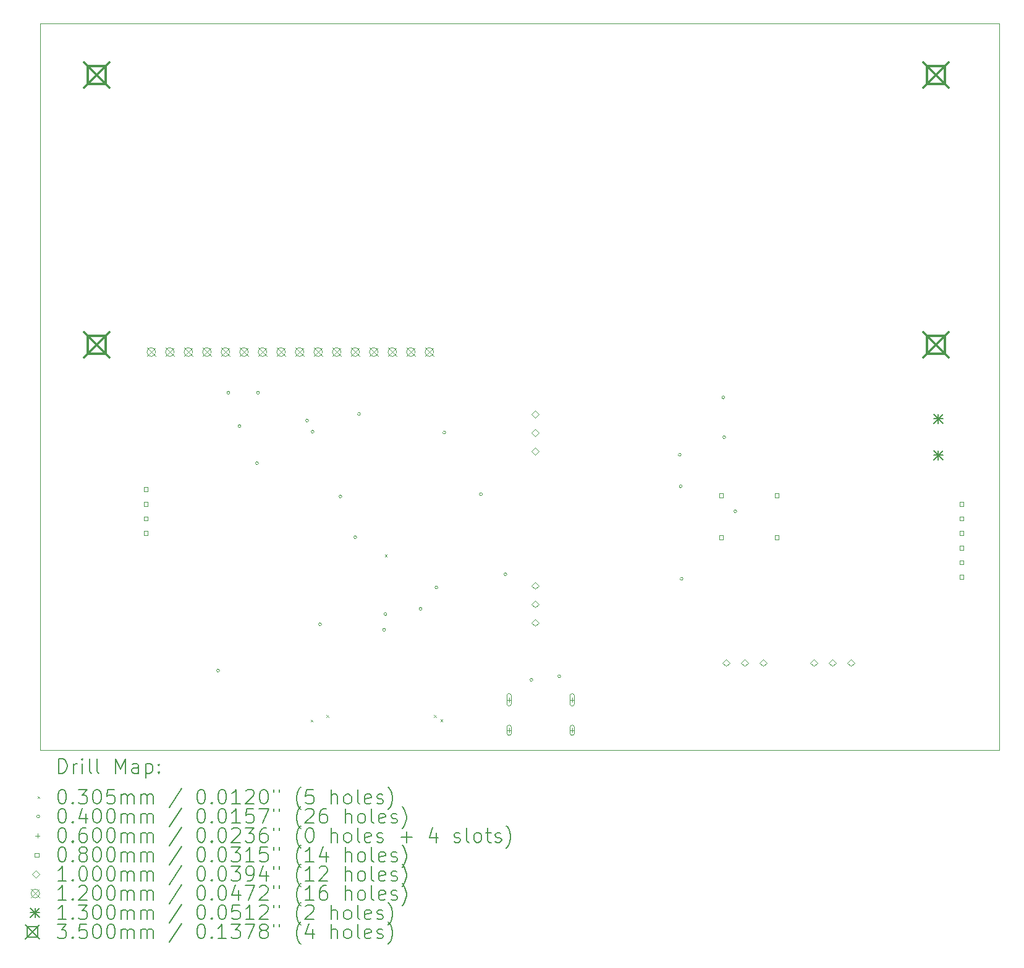
<source format=gbr>
%TF.GenerationSoftware,KiCad,Pcbnew,7.0.10*%
%TF.CreationDate,2024-04-09T13:41:33-07:00*%
%TF.ProjectId,COFFEE_MAKER,434f4646-4545-45f4-9d41-4b45522e6b69,rev?*%
%TF.SameCoordinates,Original*%
%TF.FileFunction,Drillmap*%
%TF.FilePolarity,Positive*%
%FSLAX45Y45*%
G04 Gerber Fmt 4.5, Leading zero omitted, Abs format (unit mm)*
G04 Created by KiCad (PCBNEW 7.0.10) date 2024-04-09 13:41:33*
%MOMM*%
%LPD*%
G01*
G04 APERTURE LIST*
%ADD10C,0.100000*%
%ADD11C,0.200000*%
%ADD12C,0.120000*%
%ADD13C,0.130000*%
%ADD14C,0.350000*%
G04 APERTURE END LIST*
D10*
X9779000Y-1968500D02*
X22923500Y-1968500D01*
X22923500Y-11938000D01*
X9779000Y-11938000D01*
X9779000Y-1968500D01*
D11*
D10*
X13484860Y-11518700D02*
X13515340Y-11549180D01*
X13515340Y-11518700D02*
X13484860Y-11549180D01*
X13700760Y-11452860D02*
X13731240Y-11483340D01*
X13731240Y-11452860D02*
X13700760Y-11483340D01*
X14500860Y-9255760D02*
X14531340Y-9286240D01*
X14531340Y-9255760D02*
X14500860Y-9286240D01*
X15173960Y-11452860D02*
X15204440Y-11483340D01*
X15204440Y-11452860D02*
X15173960Y-11483340D01*
X15262860Y-11514514D02*
X15293340Y-11544994D01*
X15293340Y-11514514D02*
X15262860Y-11544994D01*
X12237400Y-10845800D02*
G75*
G03*
X12197400Y-10845800I-20000J0D01*
G01*
X12197400Y-10845800D02*
G75*
G03*
X12237400Y-10845800I20000J0D01*
G01*
X12377100Y-7035800D02*
G75*
G03*
X12337100Y-7035800I-20000J0D01*
G01*
X12337100Y-7035800D02*
G75*
G03*
X12377100Y-7035800I20000J0D01*
G01*
X12529500Y-7493000D02*
G75*
G03*
X12489500Y-7493000I-20000J0D01*
G01*
X12489500Y-7493000D02*
G75*
G03*
X12529500Y-7493000I20000J0D01*
G01*
X12770800Y-8001000D02*
G75*
G03*
X12730800Y-8001000I-20000J0D01*
G01*
X12730800Y-8001000D02*
G75*
G03*
X12770800Y-8001000I20000J0D01*
G01*
X12783500Y-7035800D02*
G75*
G03*
X12743500Y-7035800I-20000J0D01*
G01*
X12743500Y-7035800D02*
G75*
G03*
X12783500Y-7035800I20000J0D01*
G01*
X13456600Y-7416800D02*
G75*
G03*
X13416600Y-7416800I-20000J0D01*
G01*
X13416600Y-7416800D02*
G75*
G03*
X13456600Y-7416800I20000J0D01*
G01*
X13532800Y-7569200D02*
G75*
G03*
X13492800Y-7569200I-20000J0D01*
G01*
X13492800Y-7569200D02*
G75*
G03*
X13532800Y-7569200I20000J0D01*
G01*
X13634400Y-10210800D02*
G75*
G03*
X13594400Y-10210800I-20000J0D01*
G01*
X13594400Y-10210800D02*
G75*
G03*
X13634400Y-10210800I20000J0D01*
G01*
X13913800Y-8458200D02*
G75*
G03*
X13873800Y-8458200I-20000J0D01*
G01*
X13873800Y-8458200D02*
G75*
G03*
X13913800Y-8458200I20000J0D01*
G01*
X14117000Y-9017000D02*
G75*
G03*
X14077000Y-9017000I-20000J0D01*
G01*
X14077000Y-9017000D02*
G75*
G03*
X14117000Y-9017000I20000J0D01*
G01*
X14167800Y-7327900D02*
G75*
G03*
X14127800Y-7327900I-20000J0D01*
G01*
X14127800Y-7327900D02*
G75*
G03*
X14167800Y-7327900I20000J0D01*
G01*
X14510700Y-10287000D02*
G75*
G03*
X14470700Y-10287000I-20000J0D01*
G01*
X14470700Y-10287000D02*
G75*
G03*
X14510700Y-10287000I20000J0D01*
G01*
X14529600Y-10071100D02*
G75*
G03*
X14489600Y-10071100I-20000J0D01*
G01*
X14489600Y-10071100D02*
G75*
G03*
X14529600Y-10071100I20000J0D01*
G01*
X15011838Y-9999300D02*
G75*
G03*
X14971838Y-9999300I-20000J0D01*
G01*
X14971838Y-9999300D02*
G75*
G03*
X15011838Y-9999300I20000J0D01*
G01*
X15227738Y-9705676D02*
G75*
G03*
X15187738Y-9705676I-20000J0D01*
G01*
X15187738Y-9705676D02*
G75*
G03*
X15227738Y-9705676I20000J0D01*
G01*
X15336200Y-7581900D02*
G75*
G03*
X15296200Y-7581900I-20000J0D01*
G01*
X15296200Y-7581900D02*
G75*
G03*
X15336200Y-7581900I20000J0D01*
G01*
X15837850Y-8426450D02*
G75*
G03*
X15797850Y-8426450I-20000J0D01*
G01*
X15797850Y-8426450D02*
G75*
G03*
X15837850Y-8426450I20000J0D01*
G01*
X16174400Y-9525000D02*
G75*
G03*
X16134400Y-9525000I-20000J0D01*
G01*
X16134400Y-9525000D02*
G75*
G03*
X16174400Y-9525000I20000J0D01*
G01*
X16530000Y-10972800D02*
G75*
G03*
X16490000Y-10972800I-20000J0D01*
G01*
X16490000Y-10972800D02*
G75*
G03*
X16530000Y-10972800I20000J0D01*
G01*
X16911465Y-10922465D02*
G75*
G03*
X16871465Y-10922465I-20000J0D01*
G01*
X16871465Y-10922465D02*
G75*
G03*
X16911465Y-10922465I20000J0D01*
G01*
X18562000Y-7886700D02*
G75*
G03*
X18522000Y-7886700I-20000J0D01*
G01*
X18522000Y-7886700D02*
G75*
G03*
X18562000Y-7886700I20000J0D01*
G01*
X18574700Y-8318500D02*
G75*
G03*
X18534700Y-8318500I-20000J0D01*
G01*
X18534700Y-8318500D02*
G75*
G03*
X18574700Y-8318500I20000J0D01*
G01*
X18587400Y-9588500D02*
G75*
G03*
X18547400Y-9588500I-20000J0D01*
G01*
X18547400Y-9588500D02*
G75*
G03*
X18587400Y-9588500I20000J0D01*
G01*
X19158900Y-7099300D02*
G75*
G03*
X19118900Y-7099300I-20000J0D01*
G01*
X19118900Y-7099300D02*
G75*
G03*
X19158900Y-7099300I20000J0D01*
G01*
X19171600Y-7645400D02*
G75*
G03*
X19131600Y-7645400I-20000J0D01*
G01*
X19131600Y-7645400D02*
G75*
G03*
X19171600Y-7645400I20000J0D01*
G01*
X19324000Y-8661400D02*
G75*
G03*
X19284000Y-8661400I-20000J0D01*
G01*
X19284000Y-8661400D02*
G75*
G03*
X19324000Y-8661400I20000J0D01*
G01*
X16205000Y-11216500D02*
X16205000Y-11276500D01*
X16175000Y-11246500D02*
X16235000Y-11246500D01*
X16175000Y-11191500D02*
X16175000Y-11301500D01*
X16175000Y-11301500D02*
G75*
G03*
X16235000Y-11301500I30000J0D01*
G01*
X16235000Y-11301500D02*
X16235000Y-11191500D01*
X16235000Y-11191500D02*
G75*
G03*
X16175000Y-11191500I-30000J0D01*
G01*
X16205000Y-11634500D02*
X16205000Y-11694500D01*
X16175000Y-11664500D02*
X16235000Y-11664500D01*
X16175000Y-11624500D02*
X16175000Y-11704500D01*
X16175000Y-11704500D02*
G75*
G03*
X16235000Y-11704500I30000J0D01*
G01*
X16235000Y-11704500D02*
X16235000Y-11624500D01*
X16235000Y-11624500D02*
G75*
G03*
X16175000Y-11624500I-30000J0D01*
G01*
X17069000Y-11216500D02*
X17069000Y-11276500D01*
X17039000Y-11246500D02*
X17099000Y-11246500D01*
X17039000Y-11191500D02*
X17039000Y-11301500D01*
X17039000Y-11301500D02*
G75*
G03*
X17099000Y-11301500I30000J0D01*
G01*
X17099000Y-11301500D02*
X17099000Y-11191500D01*
X17099000Y-11191500D02*
G75*
G03*
X17039000Y-11191500I-30000J0D01*
G01*
X17069000Y-11634500D02*
X17069000Y-11694500D01*
X17039000Y-11664500D02*
X17099000Y-11664500D01*
X17039000Y-11624500D02*
X17039000Y-11704500D01*
X17039000Y-11704500D02*
G75*
G03*
X17099000Y-11704500I30000J0D01*
G01*
X17099000Y-11704500D02*
X17099000Y-11624500D01*
X17099000Y-11624500D02*
G75*
G03*
X17039000Y-11624500I-30000J0D01*
G01*
X11255084Y-8389685D02*
X11255084Y-8333115D01*
X11198515Y-8333115D01*
X11198515Y-8389685D01*
X11255084Y-8389685D01*
X11255084Y-8589685D02*
X11255084Y-8533116D01*
X11198515Y-8533116D01*
X11198515Y-8589685D01*
X11255084Y-8589685D01*
X11255084Y-8789685D02*
X11255084Y-8733116D01*
X11198515Y-8733116D01*
X11198515Y-8789685D01*
X11255084Y-8789685D01*
X11255084Y-8989685D02*
X11255084Y-8933116D01*
X11198515Y-8933116D01*
X11198515Y-8989685D01*
X11255084Y-8989685D01*
X19139285Y-8473785D02*
X19139285Y-8417216D01*
X19082716Y-8417216D01*
X19082716Y-8473785D01*
X19139285Y-8473785D01*
X19139285Y-9045285D02*
X19139285Y-8988716D01*
X19082716Y-8988716D01*
X19082716Y-9045285D01*
X19139285Y-9045285D01*
X19901285Y-8473785D02*
X19901285Y-8417216D01*
X19844716Y-8417216D01*
X19844716Y-8473785D01*
X19901285Y-8473785D01*
X19901285Y-9045285D02*
X19901285Y-8988716D01*
X19844716Y-8988716D01*
X19844716Y-9045285D01*
X19901285Y-9045285D01*
X22431846Y-8589709D02*
X22431846Y-8533140D01*
X22375277Y-8533140D01*
X22375277Y-8589709D01*
X22431846Y-8589709D01*
X22431846Y-8789709D02*
X22431846Y-8733140D01*
X22375277Y-8733140D01*
X22375277Y-8789709D01*
X22431846Y-8789709D01*
X22431846Y-8989709D02*
X22431846Y-8933140D01*
X22375277Y-8933140D01*
X22375277Y-8989709D01*
X22431846Y-8989709D01*
X22431846Y-9189709D02*
X22431846Y-9133140D01*
X22375277Y-9133140D01*
X22375277Y-9189709D01*
X22431846Y-9189709D01*
X22431846Y-9389709D02*
X22431846Y-9333140D01*
X22375277Y-9333140D01*
X22375277Y-9389709D01*
X22431846Y-9389709D01*
X22431846Y-9589709D02*
X22431846Y-9533140D01*
X22375277Y-9533140D01*
X22375277Y-9589709D01*
X22431846Y-9589709D01*
X16561562Y-7379424D02*
X16611562Y-7329424D01*
X16561562Y-7279424D01*
X16511562Y-7329424D01*
X16561562Y-7379424D01*
X16561562Y-7633424D02*
X16611562Y-7583424D01*
X16561562Y-7533424D01*
X16511562Y-7583424D01*
X16561562Y-7633424D01*
X16561562Y-7887424D02*
X16611562Y-7837424D01*
X16561562Y-7787424D01*
X16511562Y-7837424D01*
X16561562Y-7887424D01*
X16562062Y-9729924D02*
X16612062Y-9679924D01*
X16562062Y-9629924D01*
X16512062Y-9679924D01*
X16562062Y-9729924D01*
X16562062Y-9983924D02*
X16612062Y-9933924D01*
X16562062Y-9883924D01*
X16512062Y-9933924D01*
X16562062Y-9983924D01*
X16562062Y-10237924D02*
X16612062Y-10187924D01*
X16562062Y-10137924D01*
X16512062Y-10187924D01*
X16562062Y-10237924D01*
X19175500Y-10788500D02*
X19225500Y-10738500D01*
X19175500Y-10688500D01*
X19125500Y-10738500D01*
X19175500Y-10788500D01*
X19429500Y-10788500D02*
X19479500Y-10738500D01*
X19429500Y-10688500D01*
X19379500Y-10738500D01*
X19429500Y-10788500D01*
X19683500Y-10788500D02*
X19733500Y-10738500D01*
X19683500Y-10688500D01*
X19633500Y-10738500D01*
X19683500Y-10788500D01*
X20382000Y-10788500D02*
X20432000Y-10738500D01*
X20382000Y-10688500D01*
X20332000Y-10738500D01*
X20382000Y-10788500D01*
X20636000Y-10788500D02*
X20686000Y-10738500D01*
X20636000Y-10688500D01*
X20586000Y-10738500D01*
X20636000Y-10788500D01*
X20890000Y-10788500D02*
X20940000Y-10738500D01*
X20890000Y-10688500D01*
X20840000Y-10738500D01*
X20890000Y-10788500D01*
D12*
X11243000Y-6417000D02*
X11363000Y-6537000D01*
X11363000Y-6417000D02*
X11243000Y-6537000D01*
X11363000Y-6477000D02*
G75*
G03*
X11243000Y-6477000I-60000J0D01*
G01*
X11243000Y-6477000D02*
G75*
G03*
X11363000Y-6477000I60000J0D01*
G01*
X11497000Y-6417000D02*
X11617000Y-6537000D01*
X11617000Y-6417000D02*
X11497000Y-6537000D01*
X11617000Y-6477000D02*
G75*
G03*
X11497000Y-6477000I-60000J0D01*
G01*
X11497000Y-6477000D02*
G75*
G03*
X11617000Y-6477000I60000J0D01*
G01*
X11751000Y-6417000D02*
X11871000Y-6537000D01*
X11871000Y-6417000D02*
X11751000Y-6537000D01*
X11871000Y-6477000D02*
G75*
G03*
X11751000Y-6477000I-60000J0D01*
G01*
X11751000Y-6477000D02*
G75*
G03*
X11871000Y-6477000I60000J0D01*
G01*
X12005000Y-6417000D02*
X12125000Y-6537000D01*
X12125000Y-6417000D02*
X12005000Y-6537000D01*
X12125000Y-6477000D02*
G75*
G03*
X12005000Y-6477000I-60000J0D01*
G01*
X12005000Y-6477000D02*
G75*
G03*
X12125000Y-6477000I60000J0D01*
G01*
X12259000Y-6417000D02*
X12379000Y-6537000D01*
X12379000Y-6417000D02*
X12259000Y-6537000D01*
X12379000Y-6477000D02*
G75*
G03*
X12259000Y-6477000I-60000J0D01*
G01*
X12259000Y-6477000D02*
G75*
G03*
X12379000Y-6477000I60000J0D01*
G01*
X12513000Y-6417000D02*
X12633000Y-6537000D01*
X12633000Y-6417000D02*
X12513000Y-6537000D01*
X12633000Y-6477000D02*
G75*
G03*
X12513000Y-6477000I-60000J0D01*
G01*
X12513000Y-6477000D02*
G75*
G03*
X12633000Y-6477000I60000J0D01*
G01*
X12767000Y-6417000D02*
X12887000Y-6537000D01*
X12887000Y-6417000D02*
X12767000Y-6537000D01*
X12887000Y-6477000D02*
G75*
G03*
X12767000Y-6477000I-60000J0D01*
G01*
X12767000Y-6477000D02*
G75*
G03*
X12887000Y-6477000I60000J0D01*
G01*
X13021000Y-6417000D02*
X13141000Y-6537000D01*
X13141000Y-6417000D02*
X13021000Y-6537000D01*
X13141000Y-6477000D02*
G75*
G03*
X13021000Y-6477000I-60000J0D01*
G01*
X13021000Y-6477000D02*
G75*
G03*
X13141000Y-6477000I60000J0D01*
G01*
X13275000Y-6417000D02*
X13395000Y-6537000D01*
X13395000Y-6417000D02*
X13275000Y-6537000D01*
X13395000Y-6477000D02*
G75*
G03*
X13275000Y-6477000I-60000J0D01*
G01*
X13275000Y-6477000D02*
G75*
G03*
X13395000Y-6477000I60000J0D01*
G01*
X13529000Y-6417000D02*
X13649000Y-6537000D01*
X13649000Y-6417000D02*
X13529000Y-6537000D01*
X13649000Y-6477000D02*
G75*
G03*
X13529000Y-6477000I-60000J0D01*
G01*
X13529000Y-6477000D02*
G75*
G03*
X13649000Y-6477000I60000J0D01*
G01*
X13783000Y-6417000D02*
X13903000Y-6537000D01*
X13903000Y-6417000D02*
X13783000Y-6537000D01*
X13903000Y-6477000D02*
G75*
G03*
X13783000Y-6477000I-60000J0D01*
G01*
X13783000Y-6477000D02*
G75*
G03*
X13903000Y-6477000I60000J0D01*
G01*
X14037000Y-6417000D02*
X14157000Y-6537000D01*
X14157000Y-6417000D02*
X14037000Y-6537000D01*
X14157000Y-6477000D02*
G75*
G03*
X14037000Y-6477000I-60000J0D01*
G01*
X14037000Y-6477000D02*
G75*
G03*
X14157000Y-6477000I60000J0D01*
G01*
X14291000Y-6417000D02*
X14411000Y-6537000D01*
X14411000Y-6417000D02*
X14291000Y-6537000D01*
X14411000Y-6477000D02*
G75*
G03*
X14291000Y-6477000I-60000J0D01*
G01*
X14291000Y-6477000D02*
G75*
G03*
X14411000Y-6477000I60000J0D01*
G01*
X14545000Y-6417000D02*
X14665000Y-6537000D01*
X14665000Y-6417000D02*
X14545000Y-6537000D01*
X14665000Y-6477000D02*
G75*
G03*
X14545000Y-6477000I-60000J0D01*
G01*
X14545000Y-6477000D02*
G75*
G03*
X14665000Y-6477000I60000J0D01*
G01*
X14799000Y-6417000D02*
X14919000Y-6537000D01*
X14919000Y-6417000D02*
X14799000Y-6537000D01*
X14919000Y-6477000D02*
G75*
G03*
X14799000Y-6477000I-60000J0D01*
G01*
X14799000Y-6477000D02*
G75*
G03*
X14919000Y-6477000I60000J0D01*
G01*
X15053000Y-6417000D02*
X15173000Y-6537000D01*
X15173000Y-6417000D02*
X15053000Y-6537000D01*
X15173000Y-6477000D02*
G75*
G03*
X15053000Y-6477000I-60000J0D01*
G01*
X15053000Y-6477000D02*
G75*
G03*
X15173000Y-6477000I60000J0D01*
G01*
D13*
X22021062Y-7327924D02*
X22151062Y-7457924D01*
X22151062Y-7327924D02*
X22021062Y-7457924D01*
X22086062Y-7327924D02*
X22086062Y-7457924D01*
X22021062Y-7392924D02*
X22151062Y-7392924D01*
X22021062Y-7827924D02*
X22151062Y-7957924D01*
X22151062Y-7827924D02*
X22021062Y-7957924D01*
X22086062Y-7827924D02*
X22086062Y-7957924D01*
X22021062Y-7892924D02*
X22151062Y-7892924D01*
D14*
X10377938Y-2501906D02*
X10727938Y-2851906D01*
X10727938Y-2501906D02*
X10377938Y-2851906D01*
X10676683Y-2800651D02*
X10676683Y-2553161D01*
X10429193Y-2553161D01*
X10429193Y-2800651D01*
X10676683Y-2800651D01*
X10377938Y-6201924D02*
X10727938Y-6551924D01*
X10727938Y-6201924D02*
X10377938Y-6551924D01*
X10676683Y-6500669D02*
X10676683Y-6253179D01*
X10429193Y-6253179D01*
X10429193Y-6500669D01*
X10676683Y-6500669D01*
X21878042Y-2501906D02*
X22228042Y-2851906D01*
X22228042Y-2501906D02*
X21878042Y-2851906D01*
X22176787Y-2800651D02*
X22176787Y-2553161D01*
X21929297Y-2553161D01*
X21929297Y-2800651D01*
X22176787Y-2800651D01*
X21878042Y-6201924D02*
X22228042Y-6551924D01*
X22228042Y-6201924D02*
X21878042Y-6551924D01*
X22176787Y-6500669D02*
X22176787Y-6253179D01*
X21929297Y-6253179D01*
X21929297Y-6500669D01*
X22176787Y-6500669D01*
D11*
X10034777Y-12254484D02*
X10034777Y-12054484D01*
X10034777Y-12054484D02*
X10082396Y-12054484D01*
X10082396Y-12054484D02*
X10110967Y-12064008D01*
X10110967Y-12064008D02*
X10130015Y-12083055D01*
X10130015Y-12083055D02*
X10139539Y-12102103D01*
X10139539Y-12102103D02*
X10149063Y-12140198D01*
X10149063Y-12140198D02*
X10149063Y-12168769D01*
X10149063Y-12168769D02*
X10139539Y-12206865D01*
X10139539Y-12206865D02*
X10130015Y-12225912D01*
X10130015Y-12225912D02*
X10110967Y-12244960D01*
X10110967Y-12244960D02*
X10082396Y-12254484D01*
X10082396Y-12254484D02*
X10034777Y-12254484D01*
X10234777Y-12254484D02*
X10234777Y-12121150D01*
X10234777Y-12159246D02*
X10244301Y-12140198D01*
X10244301Y-12140198D02*
X10253824Y-12130674D01*
X10253824Y-12130674D02*
X10272872Y-12121150D01*
X10272872Y-12121150D02*
X10291920Y-12121150D01*
X10358586Y-12254484D02*
X10358586Y-12121150D01*
X10358586Y-12054484D02*
X10349063Y-12064008D01*
X10349063Y-12064008D02*
X10358586Y-12073531D01*
X10358586Y-12073531D02*
X10368110Y-12064008D01*
X10368110Y-12064008D02*
X10358586Y-12054484D01*
X10358586Y-12054484D02*
X10358586Y-12073531D01*
X10482396Y-12254484D02*
X10463348Y-12244960D01*
X10463348Y-12244960D02*
X10453824Y-12225912D01*
X10453824Y-12225912D02*
X10453824Y-12054484D01*
X10587158Y-12254484D02*
X10568110Y-12244960D01*
X10568110Y-12244960D02*
X10558586Y-12225912D01*
X10558586Y-12225912D02*
X10558586Y-12054484D01*
X10815729Y-12254484D02*
X10815729Y-12054484D01*
X10815729Y-12054484D02*
X10882396Y-12197341D01*
X10882396Y-12197341D02*
X10949063Y-12054484D01*
X10949063Y-12054484D02*
X10949063Y-12254484D01*
X11130015Y-12254484D02*
X11130015Y-12149722D01*
X11130015Y-12149722D02*
X11120491Y-12130674D01*
X11120491Y-12130674D02*
X11101444Y-12121150D01*
X11101444Y-12121150D02*
X11063348Y-12121150D01*
X11063348Y-12121150D02*
X11044301Y-12130674D01*
X11130015Y-12244960D02*
X11110967Y-12254484D01*
X11110967Y-12254484D02*
X11063348Y-12254484D01*
X11063348Y-12254484D02*
X11044301Y-12244960D01*
X11044301Y-12244960D02*
X11034777Y-12225912D01*
X11034777Y-12225912D02*
X11034777Y-12206865D01*
X11034777Y-12206865D02*
X11044301Y-12187817D01*
X11044301Y-12187817D02*
X11063348Y-12178293D01*
X11063348Y-12178293D02*
X11110967Y-12178293D01*
X11110967Y-12178293D02*
X11130015Y-12168769D01*
X11225253Y-12121150D02*
X11225253Y-12321150D01*
X11225253Y-12130674D02*
X11244301Y-12121150D01*
X11244301Y-12121150D02*
X11282396Y-12121150D01*
X11282396Y-12121150D02*
X11301443Y-12130674D01*
X11301443Y-12130674D02*
X11310967Y-12140198D01*
X11310967Y-12140198D02*
X11320491Y-12159246D01*
X11320491Y-12159246D02*
X11320491Y-12216388D01*
X11320491Y-12216388D02*
X11310967Y-12235436D01*
X11310967Y-12235436D02*
X11301443Y-12244960D01*
X11301443Y-12244960D02*
X11282396Y-12254484D01*
X11282396Y-12254484D02*
X11244301Y-12254484D01*
X11244301Y-12254484D02*
X11225253Y-12244960D01*
X11406205Y-12235436D02*
X11415729Y-12244960D01*
X11415729Y-12244960D02*
X11406205Y-12254484D01*
X11406205Y-12254484D02*
X11396682Y-12244960D01*
X11396682Y-12244960D02*
X11406205Y-12235436D01*
X11406205Y-12235436D02*
X11406205Y-12254484D01*
X11406205Y-12130674D02*
X11415729Y-12140198D01*
X11415729Y-12140198D02*
X11406205Y-12149722D01*
X11406205Y-12149722D02*
X11396682Y-12140198D01*
X11396682Y-12140198D02*
X11406205Y-12130674D01*
X11406205Y-12130674D02*
X11406205Y-12149722D01*
D10*
X9743520Y-12567760D02*
X9774000Y-12598240D01*
X9774000Y-12567760D02*
X9743520Y-12598240D01*
D11*
X10072872Y-12474484D02*
X10091920Y-12474484D01*
X10091920Y-12474484D02*
X10110967Y-12484008D01*
X10110967Y-12484008D02*
X10120491Y-12493531D01*
X10120491Y-12493531D02*
X10130015Y-12512579D01*
X10130015Y-12512579D02*
X10139539Y-12550674D01*
X10139539Y-12550674D02*
X10139539Y-12598293D01*
X10139539Y-12598293D02*
X10130015Y-12636388D01*
X10130015Y-12636388D02*
X10120491Y-12655436D01*
X10120491Y-12655436D02*
X10110967Y-12664960D01*
X10110967Y-12664960D02*
X10091920Y-12674484D01*
X10091920Y-12674484D02*
X10072872Y-12674484D01*
X10072872Y-12674484D02*
X10053824Y-12664960D01*
X10053824Y-12664960D02*
X10044301Y-12655436D01*
X10044301Y-12655436D02*
X10034777Y-12636388D01*
X10034777Y-12636388D02*
X10025253Y-12598293D01*
X10025253Y-12598293D02*
X10025253Y-12550674D01*
X10025253Y-12550674D02*
X10034777Y-12512579D01*
X10034777Y-12512579D02*
X10044301Y-12493531D01*
X10044301Y-12493531D02*
X10053824Y-12484008D01*
X10053824Y-12484008D02*
X10072872Y-12474484D01*
X10225253Y-12655436D02*
X10234777Y-12664960D01*
X10234777Y-12664960D02*
X10225253Y-12674484D01*
X10225253Y-12674484D02*
X10215729Y-12664960D01*
X10215729Y-12664960D02*
X10225253Y-12655436D01*
X10225253Y-12655436D02*
X10225253Y-12674484D01*
X10301444Y-12474484D02*
X10425253Y-12474484D01*
X10425253Y-12474484D02*
X10358586Y-12550674D01*
X10358586Y-12550674D02*
X10387158Y-12550674D01*
X10387158Y-12550674D02*
X10406205Y-12560198D01*
X10406205Y-12560198D02*
X10415729Y-12569722D01*
X10415729Y-12569722D02*
X10425253Y-12588769D01*
X10425253Y-12588769D02*
X10425253Y-12636388D01*
X10425253Y-12636388D02*
X10415729Y-12655436D01*
X10415729Y-12655436D02*
X10406205Y-12664960D01*
X10406205Y-12664960D02*
X10387158Y-12674484D01*
X10387158Y-12674484D02*
X10330015Y-12674484D01*
X10330015Y-12674484D02*
X10310967Y-12664960D01*
X10310967Y-12664960D02*
X10301444Y-12655436D01*
X10549063Y-12474484D02*
X10568110Y-12474484D01*
X10568110Y-12474484D02*
X10587158Y-12484008D01*
X10587158Y-12484008D02*
X10596682Y-12493531D01*
X10596682Y-12493531D02*
X10606205Y-12512579D01*
X10606205Y-12512579D02*
X10615729Y-12550674D01*
X10615729Y-12550674D02*
X10615729Y-12598293D01*
X10615729Y-12598293D02*
X10606205Y-12636388D01*
X10606205Y-12636388D02*
X10596682Y-12655436D01*
X10596682Y-12655436D02*
X10587158Y-12664960D01*
X10587158Y-12664960D02*
X10568110Y-12674484D01*
X10568110Y-12674484D02*
X10549063Y-12674484D01*
X10549063Y-12674484D02*
X10530015Y-12664960D01*
X10530015Y-12664960D02*
X10520491Y-12655436D01*
X10520491Y-12655436D02*
X10510967Y-12636388D01*
X10510967Y-12636388D02*
X10501444Y-12598293D01*
X10501444Y-12598293D02*
X10501444Y-12550674D01*
X10501444Y-12550674D02*
X10510967Y-12512579D01*
X10510967Y-12512579D02*
X10520491Y-12493531D01*
X10520491Y-12493531D02*
X10530015Y-12484008D01*
X10530015Y-12484008D02*
X10549063Y-12474484D01*
X10796682Y-12474484D02*
X10701444Y-12474484D01*
X10701444Y-12474484D02*
X10691920Y-12569722D01*
X10691920Y-12569722D02*
X10701444Y-12560198D01*
X10701444Y-12560198D02*
X10720491Y-12550674D01*
X10720491Y-12550674D02*
X10768110Y-12550674D01*
X10768110Y-12550674D02*
X10787158Y-12560198D01*
X10787158Y-12560198D02*
X10796682Y-12569722D01*
X10796682Y-12569722D02*
X10806205Y-12588769D01*
X10806205Y-12588769D02*
X10806205Y-12636388D01*
X10806205Y-12636388D02*
X10796682Y-12655436D01*
X10796682Y-12655436D02*
X10787158Y-12664960D01*
X10787158Y-12664960D02*
X10768110Y-12674484D01*
X10768110Y-12674484D02*
X10720491Y-12674484D01*
X10720491Y-12674484D02*
X10701444Y-12664960D01*
X10701444Y-12664960D02*
X10691920Y-12655436D01*
X10891920Y-12674484D02*
X10891920Y-12541150D01*
X10891920Y-12560198D02*
X10901444Y-12550674D01*
X10901444Y-12550674D02*
X10920491Y-12541150D01*
X10920491Y-12541150D02*
X10949063Y-12541150D01*
X10949063Y-12541150D02*
X10968110Y-12550674D01*
X10968110Y-12550674D02*
X10977634Y-12569722D01*
X10977634Y-12569722D02*
X10977634Y-12674484D01*
X10977634Y-12569722D02*
X10987158Y-12550674D01*
X10987158Y-12550674D02*
X11006205Y-12541150D01*
X11006205Y-12541150D02*
X11034777Y-12541150D01*
X11034777Y-12541150D02*
X11053825Y-12550674D01*
X11053825Y-12550674D02*
X11063348Y-12569722D01*
X11063348Y-12569722D02*
X11063348Y-12674484D01*
X11158586Y-12674484D02*
X11158586Y-12541150D01*
X11158586Y-12560198D02*
X11168110Y-12550674D01*
X11168110Y-12550674D02*
X11187158Y-12541150D01*
X11187158Y-12541150D02*
X11215729Y-12541150D01*
X11215729Y-12541150D02*
X11234777Y-12550674D01*
X11234777Y-12550674D02*
X11244301Y-12569722D01*
X11244301Y-12569722D02*
X11244301Y-12674484D01*
X11244301Y-12569722D02*
X11253824Y-12550674D01*
X11253824Y-12550674D02*
X11272872Y-12541150D01*
X11272872Y-12541150D02*
X11301443Y-12541150D01*
X11301443Y-12541150D02*
X11320491Y-12550674D01*
X11320491Y-12550674D02*
X11330015Y-12569722D01*
X11330015Y-12569722D02*
X11330015Y-12674484D01*
X11720491Y-12464960D02*
X11549063Y-12722103D01*
X11977634Y-12474484D02*
X11996682Y-12474484D01*
X11996682Y-12474484D02*
X12015729Y-12484008D01*
X12015729Y-12484008D02*
X12025253Y-12493531D01*
X12025253Y-12493531D02*
X12034777Y-12512579D01*
X12034777Y-12512579D02*
X12044301Y-12550674D01*
X12044301Y-12550674D02*
X12044301Y-12598293D01*
X12044301Y-12598293D02*
X12034777Y-12636388D01*
X12034777Y-12636388D02*
X12025253Y-12655436D01*
X12025253Y-12655436D02*
X12015729Y-12664960D01*
X12015729Y-12664960D02*
X11996682Y-12674484D01*
X11996682Y-12674484D02*
X11977634Y-12674484D01*
X11977634Y-12674484D02*
X11958586Y-12664960D01*
X11958586Y-12664960D02*
X11949063Y-12655436D01*
X11949063Y-12655436D02*
X11939539Y-12636388D01*
X11939539Y-12636388D02*
X11930015Y-12598293D01*
X11930015Y-12598293D02*
X11930015Y-12550674D01*
X11930015Y-12550674D02*
X11939539Y-12512579D01*
X11939539Y-12512579D02*
X11949063Y-12493531D01*
X11949063Y-12493531D02*
X11958586Y-12484008D01*
X11958586Y-12484008D02*
X11977634Y-12474484D01*
X12130015Y-12655436D02*
X12139539Y-12664960D01*
X12139539Y-12664960D02*
X12130015Y-12674484D01*
X12130015Y-12674484D02*
X12120491Y-12664960D01*
X12120491Y-12664960D02*
X12130015Y-12655436D01*
X12130015Y-12655436D02*
X12130015Y-12674484D01*
X12263348Y-12474484D02*
X12282396Y-12474484D01*
X12282396Y-12474484D02*
X12301444Y-12484008D01*
X12301444Y-12484008D02*
X12310967Y-12493531D01*
X12310967Y-12493531D02*
X12320491Y-12512579D01*
X12320491Y-12512579D02*
X12330015Y-12550674D01*
X12330015Y-12550674D02*
X12330015Y-12598293D01*
X12330015Y-12598293D02*
X12320491Y-12636388D01*
X12320491Y-12636388D02*
X12310967Y-12655436D01*
X12310967Y-12655436D02*
X12301444Y-12664960D01*
X12301444Y-12664960D02*
X12282396Y-12674484D01*
X12282396Y-12674484D02*
X12263348Y-12674484D01*
X12263348Y-12674484D02*
X12244301Y-12664960D01*
X12244301Y-12664960D02*
X12234777Y-12655436D01*
X12234777Y-12655436D02*
X12225253Y-12636388D01*
X12225253Y-12636388D02*
X12215729Y-12598293D01*
X12215729Y-12598293D02*
X12215729Y-12550674D01*
X12215729Y-12550674D02*
X12225253Y-12512579D01*
X12225253Y-12512579D02*
X12234777Y-12493531D01*
X12234777Y-12493531D02*
X12244301Y-12484008D01*
X12244301Y-12484008D02*
X12263348Y-12474484D01*
X12520491Y-12674484D02*
X12406206Y-12674484D01*
X12463348Y-12674484D02*
X12463348Y-12474484D01*
X12463348Y-12474484D02*
X12444301Y-12503055D01*
X12444301Y-12503055D02*
X12425253Y-12522103D01*
X12425253Y-12522103D02*
X12406206Y-12531627D01*
X12596682Y-12493531D02*
X12606206Y-12484008D01*
X12606206Y-12484008D02*
X12625253Y-12474484D01*
X12625253Y-12474484D02*
X12672872Y-12474484D01*
X12672872Y-12474484D02*
X12691920Y-12484008D01*
X12691920Y-12484008D02*
X12701444Y-12493531D01*
X12701444Y-12493531D02*
X12710967Y-12512579D01*
X12710967Y-12512579D02*
X12710967Y-12531627D01*
X12710967Y-12531627D02*
X12701444Y-12560198D01*
X12701444Y-12560198D02*
X12587158Y-12674484D01*
X12587158Y-12674484D02*
X12710967Y-12674484D01*
X12834777Y-12474484D02*
X12853825Y-12474484D01*
X12853825Y-12474484D02*
X12872872Y-12484008D01*
X12872872Y-12484008D02*
X12882396Y-12493531D01*
X12882396Y-12493531D02*
X12891920Y-12512579D01*
X12891920Y-12512579D02*
X12901444Y-12550674D01*
X12901444Y-12550674D02*
X12901444Y-12598293D01*
X12901444Y-12598293D02*
X12891920Y-12636388D01*
X12891920Y-12636388D02*
X12882396Y-12655436D01*
X12882396Y-12655436D02*
X12872872Y-12664960D01*
X12872872Y-12664960D02*
X12853825Y-12674484D01*
X12853825Y-12674484D02*
X12834777Y-12674484D01*
X12834777Y-12674484D02*
X12815729Y-12664960D01*
X12815729Y-12664960D02*
X12806206Y-12655436D01*
X12806206Y-12655436D02*
X12796682Y-12636388D01*
X12796682Y-12636388D02*
X12787158Y-12598293D01*
X12787158Y-12598293D02*
X12787158Y-12550674D01*
X12787158Y-12550674D02*
X12796682Y-12512579D01*
X12796682Y-12512579D02*
X12806206Y-12493531D01*
X12806206Y-12493531D02*
X12815729Y-12484008D01*
X12815729Y-12484008D02*
X12834777Y-12474484D01*
X12977634Y-12474484D02*
X12977634Y-12512579D01*
X13053825Y-12474484D02*
X13053825Y-12512579D01*
X13349063Y-12750674D02*
X13339539Y-12741150D01*
X13339539Y-12741150D02*
X13320491Y-12712579D01*
X13320491Y-12712579D02*
X13310968Y-12693531D01*
X13310968Y-12693531D02*
X13301444Y-12664960D01*
X13301444Y-12664960D02*
X13291920Y-12617341D01*
X13291920Y-12617341D02*
X13291920Y-12579246D01*
X13291920Y-12579246D02*
X13301444Y-12531627D01*
X13301444Y-12531627D02*
X13310968Y-12503055D01*
X13310968Y-12503055D02*
X13320491Y-12484008D01*
X13320491Y-12484008D02*
X13339539Y-12455436D01*
X13339539Y-12455436D02*
X13349063Y-12445912D01*
X13520491Y-12474484D02*
X13425253Y-12474484D01*
X13425253Y-12474484D02*
X13415729Y-12569722D01*
X13415729Y-12569722D02*
X13425253Y-12560198D01*
X13425253Y-12560198D02*
X13444301Y-12550674D01*
X13444301Y-12550674D02*
X13491920Y-12550674D01*
X13491920Y-12550674D02*
X13510968Y-12560198D01*
X13510968Y-12560198D02*
X13520491Y-12569722D01*
X13520491Y-12569722D02*
X13530015Y-12588769D01*
X13530015Y-12588769D02*
X13530015Y-12636388D01*
X13530015Y-12636388D02*
X13520491Y-12655436D01*
X13520491Y-12655436D02*
X13510968Y-12664960D01*
X13510968Y-12664960D02*
X13491920Y-12674484D01*
X13491920Y-12674484D02*
X13444301Y-12674484D01*
X13444301Y-12674484D02*
X13425253Y-12664960D01*
X13425253Y-12664960D02*
X13415729Y-12655436D01*
X13768110Y-12674484D02*
X13768110Y-12474484D01*
X13853825Y-12674484D02*
X13853825Y-12569722D01*
X13853825Y-12569722D02*
X13844301Y-12550674D01*
X13844301Y-12550674D02*
X13825253Y-12541150D01*
X13825253Y-12541150D02*
X13796682Y-12541150D01*
X13796682Y-12541150D02*
X13777634Y-12550674D01*
X13777634Y-12550674D02*
X13768110Y-12560198D01*
X13977634Y-12674484D02*
X13958587Y-12664960D01*
X13958587Y-12664960D02*
X13949063Y-12655436D01*
X13949063Y-12655436D02*
X13939539Y-12636388D01*
X13939539Y-12636388D02*
X13939539Y-12579246D01*
X13939539Y-12579246D02*
X13949063Y-12560198D01*
X13949063Y-12560198D02*
X13958587Y-12550674D01*
X13958587Y-12550674D02*
X13977634Y-12541150D01*
X13977634Y-12541150D02*
X14006206Y-12541150D01*
X14006206Y-12541150D02*
X14025253Y-12550674D01*
X14025253Y-12550674D02*
X14034777Y-12560198D01*
X14034777Y-12560198D02*
X14044301Y-12579246D01*
X14044301Y-12579246D02*
X14044301Y-12636388D01*
X14044301Y-12636388D02*
X14034777Y-12655436D01*
X14034777Y-12655436D02*
X14025253Y-12664960D01*
X14025253Y-12664960D02*
X14006206Y-12674484D01*
X14006206Y-12674484D02*
X13977634Y-12674484D01*
X14158587Y-12674484D02*
X14139539Y-12664960D01*
X14139539Y-12664960D02*
X14130015Y-12645912D01*
X14130015Y-12645912D02*
X14130015Y-12474484D01*
X14310968Y-12664960D02*
X14291920Y-12674484D01*
X14291920Y-12674484D02*
X14253825Y-12674484D01*
X14253825Y-12674484D02*
X14234777Y-12664960D01*
X14234777Y-12664960D02*
X14225253Y-12645912D01*
X14225253Y-12645912D02*
X14225253Y-12569722D01*
X14225253Y-12569722D02*
X14234777Y-12550674D01*
X14234777Y-12550674D02*
X14253825Y-12541150D01*
X14253825Y-12541150D02*
X14291920Y-12541150D01*
X14291920Y-12541150D02*
X14310968Y-12550674D01*
X14310968Y-12550674D02*
X14320491Y-12569722D01*
X14320491Y-12569722D02*
X14320491Y-12588769D01*
X14320491Y-12588769D02*
X14225253Y-12607817D01*
X14396682Y-12664960D02*
X14415730Y-12674484D01*
X14415730Y-12674484D02*
X14453825Y-12674484D01*
X14453825Y-12674484D02*
X14472872Y-12664960D01*
X14472872Y-12664960D02*
X14482396Y-12645912D01*
X14482396Y-12645912D02*
X14482396Y-12636388D01*
X14482396Y-12636388D02*
X14472872Y-12617341D01*
X14472872Y-12617341D02*
X14453825Y-12607817D01*
X14453825Y-12607817D02*
X14425253Y-12607817D01*
X14425253Y-12607817D02*
X14406206Y-12598293D01*
X14406206Y-12598293D02*
X14396682Y-12579246D01*
X14396682Y-12579246D02*
X14396682Y-12569722D01*
X14396682Y-12569722D02*
X14406206Y-12550674D01*
X14406206Y-12550674D02*
X14425253Y-12541150D01*
X14425253Y-12541150D02*
X14453825Y-12541150D01*
X14453825Y-12541150D02*
X14472872Y-12550674D01*
X14549063Y-12750674D02*
X14558587Y-12741150D01*
X14558587Y-12741150D02*
X14577634Y-12712579D01*
X14577634Y-12712579D02*
X14587158Y-12693531D01*
X14587158Y-12693531D02*
X14596682Y-12664960D01*
X14596682Y-12664960D02*
X14606206Y-12617341D01*
X14606206Y-12617341D02*
X14606206Y-12579246D01*
X14606206Y-12579246D02*
X14596682Y-12531627D01*
X14596682Y-12531627D02*
X14587158Y-12503055D01*
X14587158Y-12503055D02*
X14577634Y-12484008D01*
X14577634Y-12484008D02*
X14558587Y-12455436D01*
X14558587Y-12455436D02*
X14549063Y-12445912D01*
D10*
X9774000Y-12847000D02*
G75*
G03*
X9734000Y-12847000I-20000J0D01*
G01*
X9734000Y-12847000D02*
G75*
G03*
X9774000Y-12847000I20000J0D01*
G01*
D11*
X10072872Y-12738484D02*
X10091920Y-12738484D01*
X10091920Y-12738484D02*
X10110967Y-12748008D01*
X10110967Y-12748008D02*
X10120491Y-12757531D01*
X10120491Y-12757531D02*
X10130015Y-12776579D01*
X10130015Y-12776579D02*
X10139539Y-12814674D01*
X10139539Y-12814674D02*
X10139539Y-12862293D01*
X10139539Y-12862293D02*
X10130015Y-12900388D01*
X10130015Y-12900388D02*
X10120491Y-12919436D01*
X10120491Y-12919436D02*
X10110967Y-12928960D01*
X10110967Y-12928960D02*
X10091920Y-12938484D01*
X10091920Y-12938484D02*
X10072872Y-12938484D01*
X10072872Y-12938484D02*
X10053824Y-12928960D01*
X10053824Y-12928960D02*
X10044301Y-12919436D01*
X10044301Y-12919436D02*
X10034777Y-12900388D01*
X10034777Y-12900388D02*
X10025253Y-12862293D01*
X10025253Y-12862293D02*
X10025253Y-12814674D01*
X10025253Y-12814674D02*
X10034777Y-12776579D01*
X10034777Y-12776579D02*
X10044301Y-12757531D01*
X10044301Y-12757531D02*
X10053824Y-12748008D01*
X10053824Y-12748008D02*
X10072872Y-12738484D01*
X10225253Y-12919436D02*
X10234777Y-12928960D01*
X10234777Y-12928960D02*
X10225253Y-12938484D01*
X10225253Y-12938484D02*
X10215729Y-12928960D01*
X10215729Y-12928960D02*
X10225253Y-12919436D01*
X10225253Y-12919436D02*
X10225253Y-12938484D01*
X10406205Y-12805150D02*
X10406205Y-12938484D01*
X10358586Y-12728960D02*
X10310967Y-12871817D01*
X10310967Y-12871817D02*
X10434777Y-12871817D01*
X10549063Y-12738484D02*
X10568110Y-12738484D01*
X10568110Y-12738484D02*
X10587158Y-12748008D01*
X10587158Y-12748008D02*
X10596682Y-12757531D01*
X10596682Y-12757531D02*
X10606205Y-12776579D01*
X10606205Y-12776579D02*
X10615729Y-12814674D01*
X10615729Y-12814674D02*
X10615729Y-12862293D01*
X10615729Y-12862293D02*
X10606205Y-12900388D01*
X10606205Y-12900388D02*
X10596682Y-12919436D01*
X10596682Y-12919436D02*
X10587158Y-12928960D01*
X10587158Y-12928960D02*
X10568110Y-12938484D01*
X10568110Y-12938484D02*
X10549063Y-12938484D01*
X10549063Y-12938484D02*
X10530015Y-12928960D01*
X10530015Y-12928960D02*
X10520491Y-12919436D01*
X10520491Y-12919436D02*
X10510967Y-12900388D01*
X10510967Y-12900388D02*
X10501444Y-12862293D01*
X10501444Y-12862293D02*
X10501444Y-12814674D01*
X10501444Y-12814674D02*
X10510967Y-12776579D01*
X10510967Y-12776579D02*
X10520491Y-12757531D01*
X10520491Y-12757531D02*
X10530015Y-12748008D01*
X10530015Y-12748008D02*
X10549063Y-12738484D01*
X10739539Y-12738484D02*
X10758586Y-12738484D01*
X10758586Y-12738484D02*
X10777634Y-12748008D01*
X10777634Y-12748008D02*
X10787158Y-12757531D01*
X10787158Y-12757531D02*
X10796682Y-12776579D01*
X10796682Y-12776579D02*
X10806205Y-12814674D01*
X10806205Y-12814674D02*
X10806205Y-12862293D01*
X10806205Y-12862293D02*
X10796682Y-12900388D01*
X10796682Y-12900388D02*
X10787158Y-12919436D01*
X10787158Y-12919436D02*
X10777634Y-12928960D01*
X10777634Y-12928960D02*
X10758586Y-12938484D01*
X10758586Y-12938484D02*
X10739539Y-12938484D01*
X10739539Y-12938484D02*
X10720491Y-12928960D01*
X10720491Y-12928960D02*
X10710967Y-12919436D01*
X10710967Y-12919436D02*
X10701444Y-12900388D01*
X10701444Y-12900388D02*
X10691920Y-12862293D01*
X10691920Y-12862293D02*
X10691920Y-12814674D01*
X10691920Y-12814674D02*
X10701444Y-12776579D01*
X10701444Y-12776579D02*
X10710967Y-12757531D01*
X10710967Y-12757531D02*
X10720491Y-12748008D01*
X10720491Y-12748008D02*
X10739539Y-12738484D01*
X10891920Y-12938484D02*
X10891920Y-12805150D01*
X10891920Y-12824198D02*
X10901444Y-12814674D01*
X10901444Y-12814674D02*
X10920491Y-12805150D01*
X10920491Y-12805150D02*
X10949063Y-12805150D01*
X10949063Y-12805150D02*
X10968110Y-12814674D01*
X10968110Y-12814674D02*
X10977634Y-12833722D01*
X10977634Y-12833722D02*
X10977634Y-12938484D01*
X10977634Y-12833722D02*
X10987158Y-12814674D01*
X10987158Y-12814674D02*
X11006205Y-12805150D01*
X11006205Y-12805150D02*
X11034777Y-12805150D01*
X11034777Y-12805150D02*
X11053825Y-12814674D01*
X11053825Y-12814674D02*
X11063348Y-12833722D01*
X11063348Y-12833722D02*
X11063348Y-12938484D01*
X11158586Y-12938484D02*
X11158586Y-12805150D01*
X11158586Y-12824198D02*
X11168110Y-12814674D01*
X11168110Y-12814674D02*
X11187158Y-12805150D01*
X11187158Y-12805150D02*
X11215729Y-12805150D01*
X11215729Y-12805150D02*
X11234777Y-12814674D01*
X11234777Y-12814674D02*
X11244301Y-12833722D01*
X11244301Y-12833722D02*
X11244301Y-12938484D01*
X11244301Y-12833722D02*
X11253824Y-12814674D01*
X11253824Y-12814674D02*
X11272872Y-12805150D01*
X11272872Y-12805150D02*
X11301443Y-12805150D01*
X11301443Y-12805150D02*
X11320491Y-12814674D01*
X11320491Y-12814674D02*
X11330015Y-12833722D01*
X11330015Y-12833722D02*
X11330015Y-12938484D01*
X11720491Y-12728960D02*
X11549063Y-12986103D01*
X11977634Y-12738484D02*
X11996682Y-12738484D01*
X11996682Y-12738484D02*
X12015729Y-12748008D01*
X12015729Y-12748008D02*
X12025253Y-12757531D01*
X12025253Y-12757531D02*
X12034777Y-12776579D01*
X12034777Y-12776579D02*
X12044301Y-12814674D01*
X12044301Y-12814674D02*
X12044301Y-12862293D01*
X12044301Y-12862293D02*
X12034777Y-12900388D01*
X12034777Y-12900388D02*
X12025253Y-12919436D01*
X12025253Y-12919436D02*
X12015729Y-12928960D01*
X12015729Y-12928960D02*
X11996682Y-12938484D01*
X11996682Y-12938484D02*
X11977634Y-12938484D01*
X11977634Y-12938484D02*
X11958586Y-12928960D01*
X11958586Y-12928960D02*
X11949063Y-12919436D01*
X11949063Y-12919436D02*
X11939539Y-12900388D01*
X11939539Y-12900388D02*
X11930015Y-12862293D01*
X11930015Y-12862293D02*
X11930015Y-12814674D01*
X11930015Y-12814674D02*
X11939539Y-12776579D01*
X11939539Y-12776579D02*
X11949063Y-12757531D01*
X11949063Y-12757531D02*
X11958586Y-12748008D01*
X11958586Y-12748008D02*
X11977634Y-12738484D01*
X12130015Y-12919436D02*
X12139539Y-12928960D01*
X12139539Y-12928960D02*
X12130015Y-12938484D01*
X12130015Y-12938484D02*
X12120491Y-12928960D01*
X12120491Y-12928960D02*
X12130015Y-12919436D01*
X12130015Y-12919436D02*
X12130015Y-12938484D01*
X12263348Y-12738484D02*
X12282396Y-12738484D01*
X12282396Y-12738484D02*
X12301444Y-12748008D01*
X12301444Y-12748008D02*
X12310967Y-12757531D01*
X12310967Y-12757531D02*
X12320491Y-12776579D01*
X12320491Y-12776579D02*
X12330015Y-12814674D01*
X12330015Y-12814674D02*
X12330015Y-12862293D01*
X12330015Y-12862293D02*
X12320491Y-12900388D01*
X12320491Y-12900388D02*
X12310967Y-12919436D01*
X12310967Y-12919436D02*
X12301444Y-12928960D01*
X12301444Y-12928960D02*
X12282396Y-12938484D01*
X12282396Y-12938484D02*
X12263348Y-12938484D01*
X12263348Y-12938484D02*
X12244301Y-12928960D01*
X12244301Y-12928960D02*
X12234777Y-12919436D01*
X12234777Y-12919436D02*
X12225253Y-12900388D01*
X12225253Y-12900388D02*
X12215729Y-12862293D01*
X12215729Y-12862293D02*
X12215729Y-12814674D01*
X12215729Y-12814674D02*
X12225253Y-12776579D01*
X12225253Y-12776579D02*
X12234777Y-12757531D01*
X12234777Y-12757531D02*
X12244301Y-12748008D01*
X12244301Y-12748008D02*
X12263348Y-12738484D01*
X12520491Y-12938484D02*
X12406206Y-12938484D01*
X12463348Y-12938484D02*
X12463348Y-12738484D01*
X12463348Y-12738484D02*
X12444301Y-12767055D01*
X12444301Y-12767055D02*
X12425253Y-12786103D01*
X12425253Y-12786103D02*
X12406206Y-12795627D01*
X12701444Y-12738484D02*
X12606206Y-12738484D01*
X12606206Y-12738484D02*
X12596682Y-12833722D01*
X12596682Y-12833722D02*
X12606206Y-12824198D01*
X12606206Y-12824198D02*
X12625253Y-12814674D01*
X12625253Y-12814674D02*
X12672872Y-12814674D01*
X12672872Y-12814674D02*
X12691920Y-12824198D01*
X12691920Y-12824198D02*
X12701444Y-12833722D01*
X12701444Y-12833722D02*
X12710967Y-12852769D01*
X12710967Y-12852769D02*
X12710967Y-12900388D01*
X12710967Y-12900388D02*
X12701444Y-12919436D01*
X12701444Y-12919436D02*
X12691920Y-12928960D01*
X12691920Y-12928960D02*
X12672872Y-12938484D01*
X12672872Y-12938484D02*
X12625253Y-12938484D01*
X12625253Y-12938484D02*
X12606206Y-12928960D01*
X12606206Y-12928960D02*
X12596682Y-12919436D01*
X12777634Y-12738484D02*
X12910967Y-12738484D01*
X12910967Y-12738484D02*
X12825253Y-12938484D01*
X12977634Y-12738484D02*
X12977634Y-12776579D01*
X13053825Y-12738484D02*
X13053825Y-12776579D01*
X13349063Y-13014674D02*
X13339539Y-13005150D01*
X13339539Y-13005150D02*
X13320491Y-12976579D01*
X13320491Y-12976579D02*
X13310968Y-12957531D01*
X13310968Y-12957531D02*
X13301444Y-12928960D01*
X13301444Y-12928960D02*
X13291920Y-12881341D01*
X13291920Y-12881341D02*
X13291920Y-12843246D01*
X13291920Y-12843246D02*
X13301444Y-12795627D01*
X13301444Y-12795627D02*
X13310968Y-12767055D01*
X13310968Y-12767055D02*
X13320491Y-12748008D01*
X13320491Y-12748008D02*
X13339539Y-12719436D01*
X13339539Y-12719436D02*
X13349063Y-12709912D01*
X13415729Y-12757531D02*
X13425253Y-12748008D01*
X13425253Y-12748008D02*
X13444301Y-12738484D01*
X13444301Y-12738484D02*
X13491920Y-12738484D01*
X13491920Y-12738484D02*
X13510968Y-12748008D01*
X13510968Y-12748008D02*
X13520491Y-12757531D01*
X13520491Y-12757531D02*
X13530015Y-12776579D01*
X13530015Y-12776579D02*
X13530015Y-12795627D01*
X13530015Y-12795627D02*
X13520491Y-12824198D01*
X13520491Y-12824198D02*
X13406206Y-12938484D01*
X13406206Y-12938484D02*
X13530015Y-12938484D01*
X13701444Y-12738484D02*
X13663348Y-12738484D01*
X13663348Y-12738484D02*
X13644301Y-12748008D01*
X13644301Y-12748008D02*
X13634777Y-12757531D01*
X13634777Y-12757531D02*
X13615729Y-12786103D01*
X13615729Y-12786103D02*
X13606206Y-12824198D01*
X13606206Y-12824198D02*
X13606206Y-12900388D01*
X13606206Y-12900388D02*
X13615729Y-12919436D01*
X13615729Y-12919436D02*
X13625253Y-12928960D01*
X13625253Y-12928960D02*
X13644301Y-12938484D01*
X13644301Y-12938484D02*
X13682396Y-12938484D01*
X13682396Y-12938484D02*
X13701444Y-12928960D01*
X13701444Y-12928960D02*
X13710968Y-12919436D01*
X13710968Y-12919436D02*
X13720491Y-12900388D01*
X13720491Y-12900388D02*
X13720491Y-12852769D01*
X13720491Y-12852769D02*
X13710968Y-12833722D01*
X13710968Y-12833722D02*
X13701444Y-12824198D01*
X13701444Y-12824198D02*
X13682396Y-12814674D01*
X13682396Y-12814674D02*
X13644301Y-12814674D01*
X13644301Y-12814674D02*
X13625253Y-12824198D01*
X13625253Y-12824198D02*
X13615729Y-12833722D01*
X13615729Y-12833722D02*
X13606206Y-12852769D01*
X13958587Y-12938484D02*
X13958587Y-12738484D01*
X14044301Y-12938484D02*
X14044301Y-12833722D01*
X14044301Y-12833722D02*
X14034777Y-12814674D01*
X14034777Y-12814674D02*
X14015730Y-12805150D01*
X14015730Y-12805150D02*
X13987158Y-12805150D01*
X13987158Y-12805150D02*
X13968110Y-12814674D01*
X13968110Y-12814674D02*
X13958587Y-12824198D01*
X14168110Y-12938484D02*
X14149063Y-12928960D01*
X14149063Y-12928960D02*
X14139539Y-12919436D01*
X14139539Y-12919436D02*
X14130015Y-12900388D01*
X14130015Y-12900388D02*
X14130015Y-12843246D01*
X14130015Y-12843246D02*
X14139539Y-12824198D01*
X14139539Y-12824198D02*
X14149063Y-12814674D01*
X14149063Y-12814674D02*
X14168110Y-12805150D01*
X14168110Y-12805150D02*
X14196682Y-12805150D01*
X14196682Y-12805150D02*
X14215730Y-12814674D01*
X14215730Y-12814674D02*
X14225253Y-12824198D01*
X14225253Y-12824198D02*
X14234777Y-12843246D01*
X14234777Y-12843246D02*
X14234777Y-12900388D01*
X14234777Y-12900388D02*
X14225253Y-12919436D01*
X14225253Y-12919436D02*
X14215730Y-12928960D01*
X14215730Y-12928960D02*
X14196682Y-12938484D01*
X14196682Y-12938484D02*
X14168110Y-12938484D01*
X14349063Y-12938484D02*
X14330015Y-12928960D01*
X14330015Y-12928960D02*
X14320491Y-12909912D01*
X14320491Y-12909912D02*
X14320491Y-12738484D01*
X14501444Y-12928960D02*
X14482396Y-12938484D01*
X14482396Y-12938484D02*
X14444301Y-12938484D01*
X14444301Y-12938484D02*
X14425253Y-12928960D01*
X14425253Y-12928960D02*
X14415730Y-12909912D01*
X14415730Y-12909912D02*
X14415730Y-12833722D01*
X14415730Y-12833722D02*
X14425253Y-12814674D01*
X14425253Y-12814674D02*
X14444301Y-12805150D01*
X14444301Y-12805150D02*
X14482396Y-12805150D01*
X14482396Y-12805150D02*
X14501444Y-12814674D01*
X14501444Y-12814674D02*
X14510968Y-12833722D01*
X14510968Y-12833722D02*
X14510968Y-12852769D01*
X14510968Y-12852769D02*
X14415730Y-12871817D01*
X14587158Y-12928960D02*
X14606206Y-12938484D01*
X14606206Y-12938484D02*
X14644301Y-12938484D01*
X14644301Y-12938484D02*
X14663349Y-12928960D01*
X14663349Y-12928960D02*
X14672872Y-12909912D01*
X14672872Y-12909912D02*
X14672872Y-12900388D01*
X14672872Y-12900388D02*
X14663349Y-12881341D01*
X14663349Y-12881341D02*
X14644301Y-12871817D01*
X14644301Y-12871817D02*
X14615730Y-12871817D01*
X14615730Y-12871817D02*
X14596682Y-12862293D01*
X14596682Y-12862293D02*
X14587158Y-12843246D01*
X14587158Y-12843246D02*
X14587158Y-12833722D01*
X14587158Y-12833722D02*
X14596682Y-12814674D01*
X14596682Y-12814674D02*
X14615730Y-12805150D01*
X14615730Y-12805150D02*
X14644301Y-12805150D01*
X14644301Y-12805150D02*
X14663349Y-12814674D01*
X14739539Y-13014674D02*
X14749063Y-13005150D01*
X14749063Y-13005150D02*
X14768111Y-12976579D01*
X14768111Y-12976579D02*
X14777634Y-12957531D01*
X14777634Y-12957531D02*
X14787158Y-12928960D01*
X14787158Y-12928960D02*
X14796682Y-12881341D01*
X14796682Y-12881341D02*
X14796682Y-12843246D01*
X14796682Y-12843246D02*
X14787158Y-12795627D01*
X14787158Y-12795627D02*
X14777634Y-12767055D01*
X14777634Y-12767055D02*
X14768111Y-12748008D01*
X14768111Y-12748008D02*
X14749063Y-12719436D01*
X14749063Y-12719436D02*
X14739539Y-12709912D01*
D10*
X9744000Y-13081000D02*
X9744000Y-13141000D01*
X9714000Y-13111000D02*
X9774000Y-13111000D01*
D11*
X10072872Y-13002484D02*
X10091920Y-13002484D01*
X10091920Y-13002484D02*
X10110967Y-13012008D01*
X10110967Y-13012008D02*
X10120491Y-13021531D01*
X10120491Y-13021531D02*
X10130015Y-13040579D01*
X10130015Y-13040579D02*
X10139539Y-13078674D01*
X10139539Y-13078674D02*
X10139539Y-13126293D01*
X10139539Y-13126293D02*
X10130015Y-13164388D01*
X10130015Y-13164388D02*
X10120491Y-13183436D01*
X10120491Y-13183436D02*
X10110967Y-13192960D01*
X10110967Y-13192960D02*
X10091920Y-13202484D01*
X10091920Y-13202484D02*
X10072872Y-13202484D01*
X10072872Y-13202484D02*
X10053824Y-13192960D01*
X10053824Y-13192960D02*
X10044301Y-13183436D01*
X10044301Y-13183436D02*
X10034777Y-13164388D01*
X10034777Y-13164388D02*
X10025253Y-13126293D01*
X10025253Y-13126293D02*
X10025253Y-13078674D01*
X10025253Y-13078674D02*
X10034777Y-13040579D01*
X10034777Y-13040579D02*
X10044301Y-13021531D01*
X10044301Y-13021531D02*
X10053824Y-13012008D01*
X10053824Y-13012008D02*
X10072872Y-13002484D01*
X10225253Y-13183436D02*
X10234777Y-13192960D01*
X10234777Y-13192960D02*
X10225253Y-13202484D01*
X10225253Y-13202484D02*
X10215729Y-13192960D01*
X10215729Y-13192960D02*
X10225253Y-13183436D01*
X10225253Y-13183436D02*
X10225253Y-13202484D01*
X10406205Y-13002484D02*
X10368110Y-13002484D01*
X10368110Y-13002484D02*
X10349063Y-13012008D01*
X10349063Y-13012008D02*
X10339539Y-13021531D01*
X10339539Y-13021531D02*
X10320491Y-13050103D01*
X10320491Y-13050103D02*
X10310967Y-13088198D01*
X10310967Y-13088198D02*
X10310967Y-13164388D01*
X10310967Y-13164388D02*
X10320491Y-13183436D01*
X10320491Y-13183436D02*
X10330015Y-13192960D01*
X10330015Y-13192960D02*
X10349063Y-13202484D01*
X10349063Y-13202484D02*
X10387158Y-13202484D01*
X10387158Y-13202484D02*
X10406205Y-13192960D01*
X10406205Y-13192960D02*
X10415729Y-13183436D01*
X10415729Y-13183436D02*
X10425253Y-13164388D01*
X10425253Y-13164388D02*
X10425253Y-13116769D01*
X10425253Y-13116769D02*
X10415729Y-13097722D01*
X10415729Y-13097722D02*
X10406205Y-13088198D01*
X10406205Y-13088198D02*
X10387158Y-13078674D01*
X10387158Y-13078674D02*
X10349063Y-13078674D01*
X10349063Y-13078674D02*
X10330015Y-13088198D01*
X10330015Y-13088198D02*
X10320491Y-13097722D01*
X10320491Y-13097722D02*
X10310967Y-13116769D01*
X10549063Y-13002484D02*
X10568110Y-13002484D01*
X10568110Y-13002484D02*
X10587158Y-13012008D01*
X10587158Y-13012008D02*
X10596682Y-13021531D01*
X10596682Y-13021531D02*
X10606205Y-13040579D01*
X10606205Y-13040579D02*
X10615729Y-13078674D01*
X10615729Y-13078674D02*
X10615729Y-13126293D01*
X10615729Y-13126293D02*
X10606205Y-13164388D01*
X10606205Y-13164388D02*
X10596682Y-13183436D01*
X10596682Y-13183436D02*
X10587158Y-13192960D01*
X10587158Y-13192960D02*
X10568110Y-13202484D01*
X10568110Y-13202484D02*
X10549063Y-13202484D01*
X10549063Y-13202484D02*
X10530015Y-13192960D01*
X10530015Y-13192960D02*
X10520491Y-13183436D01*
X10520491Y-13183436D02*
X10510967Y-13164388D01*
X10510967Y-13164388D02*
X10501444Y-13126293D01*
X10501444Y-13126293D02*
X10501444Y-13078674D01*
X10501444Y-13078674D02*
X10510967Y-13040579D01*
X10510967Y-13040579D02*
X10520491Y-13021531D01*
X10520491Y-13021531D02*
X10530015Y-13012008D01*
X10530015Y-13012008D02*
X10549063Y-13002484D01*
X10739539Y-13002484D02*
X10758586Y-13002484D01*
X10758586Y-13002484D02*
X10777634Y-13012008D01*
X10777634Y-13012008D02*
X10787158Y-13021531D01*
X10787158Y-13021531D02*
X10796682Y-13040579D01*
X10796682Y-13040579D02*
X10806205Y-13078674D01*
X10806205Y-13078674D02*
X10806205Y-13126293D01*
X10806205Y-13126293D02*
X10796682Y-13164388D01*
X10796682Y-13164388D02*
X10787158Y-13183436D01*
X10787158Y-13183436D02*
X10777634Y-13192960D01*
X10777634Y-13192960D02*
X10758586Y-13202484D01*
X10758586Y-13202484D02*
X10739539Y-13202484D01*
X10739539Y-13202484D02*
X10720491Y-13192960D01*
X10720491Y-13192960D02*
X10710967Y-13183436D01*
X10710967Y-13183436D02*
X10701444Y-13164388D01*
X10701444Y-13164388D02*
X10691920Y-13126293D01*
X10691920Y-13126293D02*
X10691920Y-13078674D01*
X10691920Y-13078674D02*
X10701444Y-13040579D01*
X10701444Y-13040579D02*
X10710967Y-13021531D01*
X10710967Y-13021531D02*
X10720491Y-13012008D01*
X10720491Y-13012008D02*
X10739539Y-13002484D01*
X10891920Y-13202484D02*
X10891920Y-13069150D01*
X10891920Y-13088198D02*
X10901444Y-13078674D01*
X10901444Y-13078674D02*
X10920491Y-13069150D01*
X10920491Y-13069150D02*
X10949063Y-13069150D01*
X10949063Y-13069150D02*
X10968110Y-13078674D01*
X10968110Y-13078674D02*
X10977634Y-13097722D01*
X10977634Y-13097722D02*
X10977634Y-13202484D01*
X10977634Y-13097722D02*
X10987158Y-13078674D01*
X10987158Y-13078674D02*
X11006205Y-13069150D01*
X11006205Y-13069150D02*
X11034777Y-13069150D01*
X11034777Y-13069150D02*
X11053825Y-13078674D01*
X11053825Y-13078674D02*
X11063348Y-13097722D01*
X11063348Y-13097722D02*
X11063348Y-13202484D01*
X11158586Y-13202484D02*
X11158586Y-13069150D01*
X11158586Y-13088198D02*
X11168110Y-13078674D01*
X11168110Y-13078674D02*
X11187158Y-13069150D01*
X11187158Y-13069150D02*
X11215729Y-13069150D01*
X11215729Y-13069150D02*
X11234777Y-13078674D01*
X11234777Y-13078674D02*
X11244301Y-13097722D01*
X11244301Y-13097722D02*
X11244301Y-13202484D01*
X11244301Y-13097722D02*
X11253824Y-13078674D01*
X11253824Y-13078674D02*
X11272872Y-13069150D01*
X11272872Y-13069150D02*
X11301443Y-13069150D01*
X11301443Y-13069150D02*
X11320491Y-13078674D01*
X11320491Y-13078674D02*
X11330015Y-13097722D01*
X11330015Y-13097722D02*
X11330015Y-13202484D01*
X11720491Y-12992960D02*
X11549063Y-13250103D01*
X11977634Y-13002484D02*
X11996682Y-13002484D01*
X11996682Y-13002484D02*
X12015729Y-13012008D01*
X12015729Y-13012008D02*
X12025253Y-13021531D01*
X12025253Y-13021531D02*
X12034777Y-13040579D01*
X12034777Y-13040579D02*
X12044301Y-13078674D01*
X12044301Y-13078674D02*
X12044301Y-13126293D01*
X12044301Y-13126293D02*
X12034777Y-13164388D01*
X12034777Y-13164388D02*
X12025253Y-13183436D01*
X12025253Y-13183436D02*
X12015729Y-13192960D01*
X12015729Y-13192960D02*
X11996682Y-13202484D01*
X11996682Y-13202484D02*
X11977634Y-13202484D01*
X11977634Y-13202484D02*
X11958586Y-13192960D01*
X11958586Y-13192960D02*
X11949063Y-13183436D01*
X11949063Y-13183436D02*
X11939539Y-13164388D01*
X11939539Y-13164388D02*
X11930015Y-13126293D01*
X11930015Y-13126293D02*
X11930015Y-13078674D01*
X11930015Y-13078674D02*
X11939539Y-13040579D01*
X11939539Y-13040579D02*
X11949063Y-13021531D01*
X11949063Y-13021531D02*
X11958586Y-13012008D01*
X11958586Y-13012008D02*
X11977634Y-13002484D01*
X12130015Y-13183436D02*
X12139539Y-13192960D01*
X12139539Y-13192960D02*
X12130015Y-13202484D01*
X12130015Y-13202484D02*
X12120491Y-13192960D01*
X12120491Y-13192960D02*
X12130015Y-13183436D01*
X12130015Y-13183436D02*
X12130015Y-13202484D01*
X12263348Y-13002484D02*
X12282396Y-13002484D01*
X12282396Y-13002484D02*
X12301444Y-13012008D01*
X12301444Y-13012008D02*
X12310967Y-13021531D01*
X12310967Y-13021531D02*
X12320491Y-13040579D01*
X12320491Y-13040579D02*
X12330015Y-13078674D01*
X12330015Y-13078674D02*
X12330015Y-13126293D01*
X12330015Y-13126293D02*
X12320491Y-13164388D01*
X12320491Y-13164388D02*
X12310967Y-13183436D01*
X12310967Y-13183436D02*
X12301444Y-13192960D01*
X12301444Y-13192960D02*
X12282396Y-13202484D01*
X12282396Y-13202484D02*
X12263348Y-13202484D01*
X12263348Y-13202484D02*
X12244301Y-13192960D01*
X12244301Y-13192960D02*
X12234777Y-13183436D01*
X12234777Y-13183436D02*
X12225253Y-13164388D01*
X12225253Y-13164388D02*
X12215729Y-13126293D01*
X12215729Y-13126293D02*
X12215729Y-13078674D01*
X12215729Y-13078674D02*
X12225253Y-13040579D01*
X12225253Y-13040579D02*
X12234777Y-13021531D01*
X12234777Y-13021531D02*
X12244301Y-13012008D01*
X12244301Y-13012008D02*
X12263348Y-13002484D01*
X12406206Y-13021531D02*
X12415729Y-13012008D01*
X12415729Y-13012008D02*
X12434777Y-13002484D01*
X12434777Y-13002484D02*
X12482396Y-13002484D01*
X12482396Y-13002484D02*
X12501444Y-13012008D01*
X12501444Y-13012008D02*
X12510967Y-13021531D01*
X12510967Y-13021531D02*
X12520491Y-13040579D01*
X12520491Y-13040579D02*
X12520491Y-13059627D01*
X12520491Y-13059627D02*
X12510967Y-13088198D01*
X12510967Y-13088198D02*
X12396682Y-13202484D01*
X12396682Y-13202484D02*
X12520491Y-13202484D01*
X12587158Y-13002484D02*
X12710967Y-13002484D01*
X12710967Y-13002484D02*
X12644301Y-13078674D01*
X12644301Y-13078674D02*
X12672872Y-13078674D01*
X12672872Y-13078674D02*
X12691920Y-13088198D01*
X12691920Y-13088198D02*
X12701444Y-13097722D01*
X12701444Y-13097722D02*
X12710967Y-13116769D01*
X12710967Y-13116769D02*
X12710967Y-13164388D01*
X12710967Y-13164388D02*
X12701444Y-13183436D01*
X12701444Y-13183436D02*
X12691920Y-13192960D01*
X12691920Y-13192960D02*
X12672872Y-13202484D01*
X12672872Y-13202484D02*
X12615729Y-13202484D01*
X12615729Y-13202484D02*
X12596682Y-13192960D01*
X12596682Y-13192960D02*
X12587158Y-13183436D01*
X12882396Y-13002484D02*
X12844301Y-13002484D01*
X12844301Y-13002484D02*
X12825253Y-13012008D01*
X12825253Y-13012008D02*
X12815729Y-13021531D01*
X12815729Y-13021531D02*
X12796682Y-13050103D01*
X12796682Y-13050103D02*
X12787158Y-13088198D01*
X12787158Y-13088198D02*
X12787158Y-13164388D01*
X12787158Y-13164388D02*
X12796682Y-13183436D01*
X12796682Y-13183436D02*
X12806206Y-13192960D01*
X12806206Y-13192960D02*
X12825253Y-13202484D01*
X12825253Y-13202484D02*
X12863348Y-13202484D01*
X12863348Y-13202484D02*
X12882396Y-13192960D01*
X12882396Y-13192960D02*
X12891920Y-13183436D01*
X12891920Y-13183436D02*
X12901444Y-13164388D01*
X12901444Y-13164388D02*
X12901444Y-13116769D01*
X12901444Y-13116769D02*
X12891920Y-13097722D01*
X12891920Y-13097722D02*
X12882396Y-13088198D01*
X12882396Y-13088198D02*
X12863348Y-13078674D01*
X12863348Y-13078674D02*
X12825253Y-13078674D01*
X12825253Y-13078674D02*
X12806206Y-13088198D01*
X12806206Y-13088198D02*
X12796682Y-13097722D01*
X12796682Y-13097722D02*
X12787158Y-13116769D01*
X12977634Y-13002484D02*
X12977634Y-13040579D01*
X13053825Y-13002484D02*
X13053825Y-13040579D01*
X13349063Y-13278674D02*
X13339539Y-13269150D01*
X13339539Y-13269150D02*
X13320491Y-13240579D01*
X13320491Y-13240579D02*
X13310968Y-13221531D01*
X13310968Y-13221531D02*
X13301444Y-13192960D01*
X13301444Y-13192960D02*
X13291920Y-13145341D01*
X13291920Y-13145341D02*
X13291920Y-13107246D01*
X13291920Y-13107246D02*
X13301444Y-13059627D01*
X13301444Y-13059627D02*
X13310968Y-13031055D01*
X13310968Y-13031055D02*
X13320491Y-13012008D01*
X13320491Y-13012008D02*
X13339539Y-12983436D01*
X13339539Y-12983436D02*
X13349063Y-12973912D01*
X13463348Y-13002484D02*
X13482396Y-13002484D01*
X13482396Y-13002484D02*
X13501444Y-13012008D01*
X13501444Y-13012008D02*
X13510968Y-13021531D01*
X13510968Y-13021531D02*
X13520491Y-13040579D01*
X13520491Y-13040579D02*
X13530015Y-13078674D01*
X13530015Y-13078674D02*
X13530015Y-13126293D01*
X13530015Y-13126293D02*
X13520491Y-13164388D01*
X13520491Y-13164388D02*
X13510968Y-13183436D01*
X13510968Y-13183436D02*
X13501444Y-13192960D01*
X13501444Y-13192960D02*
X13482396Y-13202484D01*
X13482396Y-13202484D02*
X13463348Y-13202484D01*
X13463348Y-13202484D02*
X13444301Y-13192960D01*
X13444301Y-13192960D02*
X13434777Y-13183436D01*
X13434777Y-13183436D02*
X13425253Y-13164388D01*
X13425253Y-13164388D02*
X13415729Y-13126293D01*
X13415729Y-13126293D02*
X13415729Y-13078674D01*
X13415729Y-13078674D02*
X13425253Y-13040579D01*
X13425253Y-13040579D02*
X13434777Y-13021531D01*
X13434777Y-13021531D02*
X13444301Y-13012008D01*
X13444301Y-13012008D02*
X13463348Y-13002484D01*
X13768110Y-13202484D02*
X13768110Y-13002484D01*
X13853825Y-13202484D02*
X13853825Y-13097722D01*
X13853825Y-13097722D02*
X13844301Y-13078674D01*
X13844301Y-13078674D02*
X13825253Y-13069150D01*
X13825253Y-13069150D02*
X13796682Y-13069150D01*
X13796682Y-13069150D02*
X13777634Y-13078674D01*
X13777634Y-13078674D02*
X13768110Y-13088198D01*
X13977634Y-13202484D02*
X13958587Y-13192960D01*
X13958587Y-13192960D02*
X13949063Y-13183436D01*
X13949063Y-13183436D02*
X13939539Y-13164388D01*
X13939539Y-13164388D02*
X13939539Y-13107246D01*
X13939539Y-13107246D02*
X13949063Y-13088198D01*
X13949063Y-13088198D02*
X13958587Y-13078674D01*
X13958587Y-13078674D02*
X13977634Y-13069150D01*
X13977634Y-13069150D02*
X14006206Y-13069150D01*
X14006206Y-13069150D02*
X14025253Y-13078674D01*
X14025253Y-13078674D02*
X14034777Y-13088198D01*
X14034777Y-13088198D02*
X14044301Y-13107246D01*
X14044301Y-13107246D02*
X14044301Y-13164388D01*
X14044301Y-13164388D02*
X14034777Y-13183436D01*
X14034777Y-13183436D02*
X14025253Y-13192960D01*
X14025253Y-13192960D02*
X14006206Y-13202484D01*
X14006206Y-13202484D02*
X13977634Y-13202484D01*
X14158587Y-13202484D02*
X14139539Y-13192960D01*
X14139539Y-13192960D02*
X14130015Y-13173912D01*
X14130015Y-13173912D02*
X14130015Y-13002484D01*
X14310968Y-13192960D02*
X14291920Y-13202484D01*
X14291920Y-13202484D02*
X14253825Y-13202484D01*
X14253825Y-13202484D02*
X14234777Y-13192960D01*
X14234777Y-13192960D02*
X14225253Y-13173912D01*
X14225253Y-13173912D02*
X14225253Y-13097722D01*
X14225253Y-13097722D02*
X14234777Y-13078674D01*
X14234777Y-13078674D02*
X14253825Y-13069150D01*
X14253825Y-13069150D02*
X14291920Y-13069150D01*
X14291920Y-13069150D02*
X14310968Y-13078674D01*
X14310968Y-13078674D02*
X14320491Y-13097722D01*
X14320491Y-13097722D02*
X14320491Y-13116769D01*
X14320491Y-13116769D02*
X14225253Y-13135817D01*
X14396682Y-13192960D02*
X14415730Y-13202484D01*
X14415730Y-13202484D02*
X14453825Y-13202484D01*
X14453825Y-13202484D02*
X14472872Y-13192960D01*
X14472872Y-13192960D02*
X14482396Y-13173912D01*
X14482396Y-13173912D02*
X14482396Y-13164388D01*
X14482396Y-13164388D02*
X14472872Y-13145341D01*
X14472872Y-13145341D02*
X14453825Y-13135817D01*
X14453825Y-13135817D02*
X14425253Y-13135817D01*
X14425253Y-13135817D02*
X14406206Y-13126293D01*
X14406206Y-13126293D02*
X14396682Y-13107246D01*
X14396682Y-13107246D02*
X14396682Y-13097722D01*
X14396682Y-13097722D02*
X14406206Y-13078674D01*
X14406206Y-13078674D02*
X14425253Y-13069150D01*
X14425253Y-13069150D02*
X14453825Y-13069150D01*
X14453825Y-13069150D02*
X14472872Y-13078674D01*
X14720492Y-13126293D02*
X14872873Y-13126293D01*
X14796682Y-13202484D02*
X14796682Y-13050103D01*
X15206206Y-13069150D02*
X15206206Y-13202484D01*
X15158587Y-12992960D02*
X15110968Y-13135817D01*
X15110968Y-13135817D02*
X15234777Y-13135817D01*
X15453825Y-13192960D02*
X15472873Y-13202484D01*
X15472873Y-13202484D02*
X15510968Y-13202484D01*
X15510968Y-13202484D02*
X15530015Y-13192960D01*
X15530015Y-13192960D02*
X15539539Y-13173912D01*
X15539539Y-13173912D02*
X15539539Y-13164388D01*
X15539539Y-13164388D02*
X15530015Y-13145341D01*
X15530015Y-13145341D02*
X15510968Y-13135817D01*
X15510968Y-13135817D02*
X15482396Y-13135817D01*
X15482396Y-13135817D02*
X15463349Y-13126293D01*
X15463349Y-13126293D02*
X15453825Y-13107246D01*
X15453825Y-13107246D02*
X15453825Y-13097722D01*
X15453825Y-13097722D02*
X15463349Y-13078674D01*
X15463349Y-13078674D02*
X15482396Y-13069150D01*
X15482396Y-13069150D02*
X15510968Y-13069150D01*
X15510968Y-13069150D02*
X15530015Y-13078674D01*
X15653825Y-13202484D02*
X15634777Y-13192960D01*
X15634777Y-13192960D02*
X15625254Y-13173912D01*
X15625254Y-13173912D02*
X15625254Y-13002484D01*
X15758587Y-13202484D02*
X15739539Y-13192960D01*
X15739539Y-13192960D02*
X15730015Y-13183436D01*
X15730015Y-13183436D02*
X15720492Y-13164388D01*
X15720492Y-13164388D02*
X15720492Y-13107246D01*
X15720492Y-13107246D02*
X15730015Y-13088198D01*
X15730015Y-13088198D02*
X15739539Y-13078674D01*
X15739539Y-13078674D02*
X15758587Y-13069150D01*
X15758587Y-13069150D02*
X15787158Y-13069150D01*
X15787158Y-13069150D02*
X15806206Y-13078674D01*
X15806206Y-13078674D02*
X15815730Y-13088198D01*
X15815730Y-13088198D02*
X15825254Y-13107246D01*
X15825254Y-13107246D02*
X15825254Y-13164388D01*
X15825254Y-13164388D02*
X15815730Y-13183436D01*
X15815730Y-13183436D02*
X15806206Y-13192960D01*
X15806206Y-13192960D02*
X15787158Y-13202484D01*
X15787158Y-13202484D02*
X15758587Y-13202484D01*
X15882396Y-13069150D02*
X15958587Y-13069150D01*
X15910968Y-13002484D02*
X15910968Y-13173912D01*
X15910968Y-13173912D02*
X15920492Y-13192960D01*
X15920492Y-13192960D02*
X15939539Y-13202484D01*
X15939539Y-13202484D02*
X15958587Y-13202484D01*
X16015730Y-13192960D02*
X16034777Y-13202484D01*
X16034777Y-13202484D02*
X16072873Y-13202484D01*
X16072873Y-13202484D02*
X16091920Y-13192960D01*
X16091920Y-13192960D02*
X16101444Y-13173912D01*
X16101444Y-13173912D02*
X16101444Y-13164388D01*
X16101444Y-13164388D02*
X16091920Y-13145341D01*
X16091920Y-13145341D02*
X16072873Y-13135817D01*
X16072873Y-13135817D02*
X16044301Y-13135817D01*
X16044301Y-13135817D02*
X16025254Y-13126293D01*
X16025254Y-13126293D02*
X16015730Y-13107246D01*
X16015730Y-13107246D02*
X16015730Y-13097722D01*
X16015730Y-13097722D02*
X16025254Y-13078674D01*
X16025254Y-13078674D02*
X16044301Y-13069150D01*
X16044301Y-13069150D02*
X16072873Y-13069150D01*
X16072873Y-13069150D02*
X16091920Y-13078674D01*
X16168111Y-13278674D02*
X16177635Y-13269150D01*
X16177635Y-13269150D02*
X16196682Y-13240579D01*
X16196682Y-13240579D02*
X16206206Y-13221531D01*
X16206206Y-13221531D02*
X16215730Y-13192960D01*
X16215730Y-13192960D02*
X16225254Y-13145341D01*
X16225254Y-13145341D02*
X16225254Y-13107246D01*
X16225254Y-13107246D02*
X16215730Y-13059627D01*
X16215730Y-13059627D02*
X16206206Y-13031055D01*
X16206206Y-13031055D02*
X16196682Y-13012008D01*
X16196682Y-13012008D02*
X16177635Y-12983436D01*
X16177635Y-12983436D02*
X16168111Y-12973912D01*
D10*
X9762285Y-13403284D02*
X9762285Y-13346715D01*
X9705716Y-13346715D01*
X9705716Y-13403284D01*
X9762285Y-13403284D01*
D11*
X10072872Y-13266484D02*
X10091920Y-13266484D01*
X10091920Y-13266484D02*
X10110967Y-13276008D01*
X10110967Y-13276008D02*
X10120491Y-13285531D01*
X10120491Y-13285531D02*
X10130015Y-13304579D01*
X10130015Y-13304579D02*
X10139539Y-13342674D01*
X10139539Y-13342674D02*
X10139539Y-13390293D01*
X10139539Y-13390293D02*
X10130015Y-13428388D01*
X10130015Y-13428388D02*
X10120491Y-13447436D01*
X10120491Y-13447436D02*
X10110967Y-13456960D01*
X10110967Y-13456960D02*
X10091920Y-13466484D01*
X10091920Y-13466484D02*
X10072872Y-13466484D01*
X10072872Y-13466484D02*
X10053824Y-13456960D01*
X10053824Y-13456960D02*
X10044301Y-13447436D01*
X10044301Y-13447436D02*
X10034777Y-13428388D01*
X10034777Y-13428388D02*
X10025253Y-13390293D01*
X10025253Y-13390293D02*
X10025253Y-13342674D01*
X10025253Y-13342674D02*
X10034777Y-13304579D01*
X10034777Y-13304579D02*
X10044301Y-13285531D01*
X10044301Y-13285531D02*
X10053824Y-13276008D01*
X10053824Y-13276008D02*
X10072872Y-13266484D01*
X10225253Y-13447436D02*
X10234777Y-13456960D01*
X10234777Y-13456960D02*
X10225253Y-13466484D01*
X10225253Y-13466484D02*
X10215729Y-13456960D01*
X10215729Y-13456960D02*
X10225253Y-13447436D01*
X10225253Y-13447436D02*
X10225253Y-13466484D01*
X10349063Y-13352198D02*
X10330015Y-13342674D01*
X10330015Y-13342674D02*
X10320491Y-13333150D01*
X10320491Y-13333150D02*
X10310967Y-13314103D01*
X10310967Y-13314103D02*
X10310967Y-13304579D01*
X10310967Y-13304579D02*
X10320491Y-13285531D01*
X10320491Y-13285531D02*
X10330015Y-13276008D01*
X10330015Y-13276008D02*
X10349063Y-13266484D01*
X10349063Y-13266484D02*
X10387158Y-13266484D01*
X10387158Y-13266484D02*
X10406205Y-13276008D01*
X10406205Y-13276008D02*
X10415729Y-13285531D01*
X10415729Y-13285531D02*
X10425253Y-13304579D01*
X10425253Y-13304579D02*
X10425253Y-13314103D01*
X10425253Y-13314103D02*
X10415729Y-13333150D01*
X10415729Y-13333150D02*
X10406205Y-13342674D01*
X10406205Y-13342674D02*
X10387158Y-13352198D01*
X10387158Y-13352198D02*
X10349063Y-13352198D01*
X10349063Y-13352198D02*
X10330015Y-13361722D01*
X10330015Y-13361722D02*
X10320491Y-13371246D01*
X10320491Y-13371246D02*
X10310967Y-13390293D01*
X10310967Y-13390293D02*
X10310967Y-13428388D01*
X10310967Y-13428388D02*
X10320491Y-13447436D01*
X10320491Y-13447436D02*
X10330015Y-13456960D01*
X10330015Y-13456960D02*
X10349063Y-13466484D01*
X10349063Y-13466484D02*
X10387158Y-13466484D01*
X10387158Y-13466484D02*
X10406205Y-13456960D01*
X10406205Y-13456960D02*
X10415729Y-13447436D01*
X10415729Y-13447436D02*
X10425253Y-13428388D01*
X10425253Y-13428388D02*
X10425253Y-13390293D01*
X10425253Y-13390293D02*
X10415729Y-13371246D01*
X10415729Y-13371246D02*
X10406205Y-13361722D01*
X10406205Y-13361722D02*
X10387158Y-13352198D01*
X10549063Y-13266484D02*
X10568110Y-13266484D01*
X10568110Y-13266484D02*
X10587158Y-13276008D01*
X10587158Y-13276008D02*
X10596682Y-13285531D01*
X10596682Y-13285531D02*
X10606205Y-13304579D01*
X10606205Y-13304579D02*
X10615729Y-13342674D01*
X10615729Y-13342674D02*
X10615729Y-13390293D01*
X10615729Y-13390293D02*
X10606205Y-13428388D01*
X10606205Y-13428388D02*
X10596682Y-13447436D01*
X10596682Y-13447436D02*
X10587158Y-13456960D01*
X10587158Y-13456960D02*
X10568110Y-13466484D01*
X10568110Y-13466484D02*
X10549063Y-13466484D01*
X10549063Y-13466484D02*
X10530015Y-13456960D01*
X10530015Y-13456960D02*
X10520491Y-13447436D01*
X10520491Y-13447436D02*
X10510967Y-13428388D01*
X10510967Y-13428388D02*
X10501444Y-13390293D01*
X10501444Y-13390293D02*
X10501444Y-13342674D01*
X10501444Y-13342674D02*
X10510967Y-13304579D01*
X10510967Y-13304579D02*
X10520491Y-13285531D01*
X10520491Y-13285531D02*
X10530015Y-13276008D01*
X10530015Y-13276008D02*
X10549063Y-13266484D01*
X10739539Y-13266484D02*
X10758586Y-13266484D01*
X10758586Y-13266484D02*
X10777634Y-13276008D01*
X10777634Y-13276008D02*
X10787158Y-13285531D01*
X10787158Y-13285531D02*
X10796682Y-13304579D01*
X10796682Y-13304579D02*
X10806205Y-13342674D01*
X10806205Y-13342674D02*
X10806205Y-13390293D01*
X10806205Y-13390293D02*
X10796682Y-13428388D01*
X10796682Y-13428388D02*
X10787158Y-13447436D01*
X10787158Y-13447436D02*
X10777634Y-13456960D01*
X10777634Y-13456960D02*
X10758586Y-13466484D01*
X10758586Y-13466484D02*
X10739539Y-13466484D01*
X10739539Y-13466484D02*
X10720491Y-13456960D01*
X10720491Y-13456960D02*
X10710967Y-13447436D01*
X10710967Y-13447436D02*
X10701444Y-13428388D01*
X10701444Y-13428388D02*
X10691920Y-13390293D01*
X10691920Y-13390293D02*
X10691920Y-13342674D01*
X10691920Y-13342674D02*
X10701444Y-13304579D01*
X10701444Y-13304579D02*
X10710967Y-13285531D01*
X10710967Y-13285531D02*
X10720491Y-13276008D01*
X10720491Y-13276008D02*
X10739539Y-13266484D01*
X10891920Y-13466484D02*
X10891920Y-13333150D01*
X10891920Y-13352198D02*
X10901444Y-13342674D01*
X10901444Y-13342674D02*
X10920491Y-13333150D01*
X10920491Y-13333150D02*
X10949063Y-13333150D01*
X10949063Y-13333150D02*
X10968110Y-13342674D01*
X10968110Y-13342674D02*
X10977634Y-13361722D01*
X10977634Y-13361722D02*
X10977634Y-13466484D01*
X10977634Y-13361722D02*
X10987158Y-13342674D01*
X10987158Y-13342674D02*
X11006205Y-13333150D01*
X11006205Y-13333150D02*
X11034777Y-13333150D01*
X11034777Y-13333150D02*
X11053825Y-13342674D01*
X11053825Y-13342674D02*
X11063348Y-13361722D01*
X11063348Y-13361722D02*
X11063348Y-13466484D01*
X11158586Y-13466484D02*
X11158586Y-13333150D01*
X11158586Y-13352198D02*
X11168110Y-13342674D01*
X11168110Y-13342674D02*
X11187158Y-13333150D01*
X11187158Y-13333150D02*
X11215729Y-13333150D01*
X11215729Y-13333150D02*
X11234777Y-13342674D01*
X11234777Y-13342674D02*
X11244301Y-13361722D01*
X11244301Y-13361722D02*
X11244301Y-13466484D01*
X11244301Y-13361722D02*
X11253824Y-13342674D01*
X11253824Y-13342674D02*
X11272872Y-13333150D01*
X11272872Y-13333150D02*
X11301443Y-13333150D01*
X11301443Y-13333150D02*
X11320491Y-13342674D01*
X11320491Y-13342674D02*
X11330015Y-13361722D01*
X11330015Y-13361722D02*
X11330015Y-13466484D01*
X11720491Y-13256960D02*
X11549063Y-13514103D01*
X11977634Y-13266484D02*
X11996682Y-13266484D01*
X11996682Y-13266484D02*
X12015729Y-13276008D01*
X12015729Y-13276008D02*
X12025253Y-13285531D01*
X12025253Y-13285531D02*
X12034777Y-13304579D01*
X12034777Y-13304579D02*
X12044301Y-13342674D01*
X12044301Y-13342674D02*
X12044301Y-13390293D01*
X12044301Y-13390293D02*
X12034777Y-13428388D01*
X12034777Y-13428388D02*
X12025253Y-13447436D01*
X12025253Y-13447436D02*
X12015729Y-13456960D01*
X12015729Y-13456960D02*
X11996682Y-13466484D01*
X11996682Y-13466484D02*
X11977634Y-13466484D01*
X11977634Y-13466484D02*
X11958586Y-13456960D01*
X11958586Y-13456960D02*
X11949063Y-13447436D01*
X11949063Y-13447436D02*
X11939539Y-13428388D01*
X11939539Y-13428388D02*
X11930015Y-13390293D01*
X11930015Y-13390293D02*
X11930015Y-13342674D01*
X11930015Y-13342674D02*
X11939539Y-13304579D01*
X11939539Y-13304579D02*
X11949063Y-13285531D01*
X11949063Y-13285531D02*
X11958586Y-13276008D01*
X11958586Y-13276008D02*
X11977634Y-13266484D01*
X12130015Y-13447436D02*
X12139539Y-13456960D01*
X12139539Y-13456960D02*
X12130015Y-13466484D01*
X12130015Y-13466484D02*
X12120491Y-13456960D01*
X12120491Y-13456960D02*
X12130015Y-13447436D01*
X12130015Y-13447436D02*
X12130015Y-13466484D01*
X12263348Y-13266484D02*
X12282396Y-13266484D01*
X12282396Y-13266484D02*
X12301444Y-13276008D01*
X12301444Y-13276008D02*
X12310967Y-13285531D01*
X12310967Y-13285531D02*
X12320491Y-13304579D01*
X12320491Y-13304579D02*
X12330015Y-13342674D01*
X12330015Y-13342674D02*
X12330015Y-13390293D01*
X12330015Y-13390293D02*
X12320491Y-13428388D01*
X12320491Y-13428388D02*
X12310967Y-13447436D01*
X12310967Y-13447436D02*
X12301444Y-13456960D01*
X12301444Y-13456960D02*
X12282396Y-13466484D01*
X12282396Y-13466484D02*
X12263348Y-13466484D01*
X12263348Y-13466484D02*
X12244301Y-13456960D01*
X12244301Y-13456960D02*
X12234777Y-13447436D01*
X12234777Y-13447436D02*
X12225253Y-13428388D01*
X12225253Y-13428388D02*
X12215729Y-13390293D01*
X12215729Y-13390293D02*
X12215729Y-13342674D01*
X12215729Y-13342674D02*
X12225253Y-13304579D01*
X12225253Y-13304579D02*
X12234777Y-13285531D01*
X12234777Y-13285531D02*
X12244301Y-13276008D01*
X12244301Y-13276008D02*
X12263348Y-13266484D01*
X12396682Y-13266484D02*
X12520491Y-13266484D01*
X12520491Y-13266484D02*
X12453825Y-13342674D01*
X12453825Y-13342674D02*
X12482396Y-13342674D01*
X12482396Y-13342674D02*
X12501444Y-13352198D01*
X12501444Y-13352198D02*
X12510967Y-13361722D01*
X12510967Y-13361722D02*
X12520491Y-13380769D01*
X12520491Y-13380769D02*
X12520491Y-13428388D01*
X12520491Y-13428388D02*
X12510967Y-13447436D01*
X12510967Y-13447436D02*
X12501444Y-13456960D01*
X12501444Y-13456960D02*
X12482396Y-13466484D01*
X12482396Y-13466484D02*
X12425253Y-13466484D01*
X12425253Y-13466484D02*
X12406206Y-13456960D01*
X12406206Y-13456960D02*
X12396682Y-13447436D01*
X12710967Y-13466484D02*
X12596682Y-13466484D01*
X12653825Y-13466484D02*
X12653825Y-13266484D01*
X12653825Y-13266484D02*
X12634777Y-13295055D01*
X12634777Y-13295055D02*
X12615729Y-13314103D01*
X12615729Y-13314103D02*
X12596682Y-13323627D01*
X12891920Y-13266484D02*
X12796682Y-13266484D01*
X12796682Y-13266484D02*
X12787158Y-13361722D01*
X12787158Y-13361722D02*
X12796682Y-13352198D01*
X12796682Y-13352198D02*
X12815729Y-13342674D01*
X12815729Y-13342674D02*
X12863348Y-13342674D01*
X12863348Y-13342674D02*
X12882396Y-13352198D01*
X12882396Y-13352198D02*
X12891920Y-13361722D01*
X12891920Y-13361722D02*
X12901444Y-13380769D01*
X12901444Y-13380769D02*
X12901444Y-13428388D01*
X12901444Y-13428388D02*
X12891920Y-13447436D01*
X12891920Y-13447436D02*
X12882396Y-13456960D01*
X12882396Y-13456960D02*
X12863348Y-13466484D01*
X12863348Y-13466484D02*
X12815729Y-13466484D01*
X12815729Y-13466484D02*
X12796682Y-13456960D01*
X12796682Y-13456960D02*
X12787158Y-13447436D01*
X12977634Y-13266484D02*
X12977634Y-13304579D01*
X13053825Y-13266484D02*
X13053825Y-13304579D01*
X13349063Y-13542674D02*
X13339539Y-13533150D01*
X13339539Y-13533150D02*
X13320491Y-13504579D01*
X13320491Y-13504579D02*
X13310968Y-13485531D01*
X13310968Y-13485531D02*
X13301444Y-13456960D01*
X13301444Y-13456960D02*
X13291920Y-13409341D01*
X13291920Y-13409341D02*
X13291920Y-13371246D01*
X13291920Y-13371246D02*
X13301444Y-13323627D01*
X13301444Y-13323627D02*
X13310968Y-13295055D01*
X13310968Y-13295055D02*
X13320491Y-13276008D01*
X13320491Y-13276008D02*
X13339539Y-13247436D01*
X13339539Y-13247436D02*
X13349063Y-13237912D01*
X13530015Y-13466484D02*
X13415729Y-13466484D01*
X13472872Y-13466484D02*
X13472872Y-13266484D01*
X13472872Y-13266484D02*
X13453825Y-13295055D01*
X13453825Y-13295055D02*
X13434777Y-13314103D01*
X13434777Y-13314103D02*
X13415729Y-13323627D01*
X13701444Y-13333150D02*
X13701444Y-13466484D01*
X13653825Y-13256960D02*
X13606206Y-13399817D01*
X13606206Y-13399817D02*
X13730015Y-13399817D01*
X13958587Y-13466484D02*
X13958587Y-13266484D01*
X14044301Y-13466484D02*
X14044301Y-13361722D01*
X14044301Y-13361722D02*
X14034777Y-13342674D01*
X14034777Y-13342674D02*
X14015730Y-13333150D01*
X14015730Y-13333150D02*
X13987158Y-13333150D01*
X13987158Y-13333150D02*
X13968110Y-13342674D01*
X13968110Y-13342674D02*
X13958587Y-13352198D01*
X14168110Y-13466484D02*
X14149063Y-13456960D01*
X14149063Y-13456960D02*
X14139539Y-13447436D01*
X14139539Y-13447436D02*
X14130015Y-13428388D01*
X14130015Y-13428388D02*
X14130015Y-13371246D01*
X14130015Y-13371246D02*
X14139539Y-13352198D01*
X14139539Y-13352198D02*
X14149063Y-13342674D01*
X14149063Y-13342674D02*
X14168110Y-13333150D01*
X14168110Y-13333150D02*
X14196682Y-13333150D01*
X14196682Y-13333150D02*
X14215730Y-13342674D01*
X14215730Y-13342674D02*
X14225253Y-13352198D01*
X14225253Y-13352198D02*
X14234777Y-13371246D01*
X14234777Y-13371246D02*
X14234777Y-13428388D01*
X14234777Y-13428388D02*
X14225253Y-13447436D01*
X14225253Y-13447436D02*
X14215730Y-13456960D01*
X14215730Y-13456960D02*
X14196682Y-13466484D01*
X14196682Y-13466484D02*
X14168110Y-13466484D01*
X14349063Y-13466484D02*
X14330015Y-13456960D01*
X14330015Y-13456960D02*
X14320491Y-13437912D01*
X14320491Y-13437912D02*
X14320491Y-13266484D01*
X14501444Y-13456960D02*
X14482396Y-13466484D01*
X14482396Y-13466484D02*
X14444301Y-13466484D01*
X14444301Y-13466484D02*
X14425253Y-13456960D01*
X14425253Y-13456960D02*
X14415730Y-13437912D01*
X14415730Y-13437912D02*
X14415730Y-13361722D01*
X14415730Y-13361722D02*
X14425253Y-13342674D01*
X14425253Y-13342674D02*
X14444301Y-13333150D01*
X14444301Y-13333150D02*
X14482396Y-13333150D01*
X14482396Y-13333150D02*
X14501444Y-13342674D01*
X14501444Y-13342674D02*
X14510968Y-13361722D01*
X14510968Y-13361722D02*
X14510968Y-13380769D01*
X14510968Y-13380769D02*
X14415730Y-13399817D01*
X14587158Y-13456960D02*
X14606206Y-13466484D01*
X14606206Y-13466484D02*
X14644301Y-13466484D01*
X14644301Y-13466484D02*
X14663349Y-13456960D01*
X14663349Y-13456960D02*
X14672872Y-13437912D01*
X14672872Y-13437912D02*
X14672872Y-13428388D01*
X14672872Y-13428388D02*
X14663349Y-13409341D01*
X14663349Y-13409341D02*
X14644301Y-13399817D01*
X14644301Y-13399817D02*
X14615730Y-13399817D01*
X14615730Y-13399817D02*
X14596682Y-13390293D01*
X14596682Y-13390293D02*
X14587158Y-13371246D01*
X14587158Y-13371246D02*
X14587158Y-13361722D01*
X14587158Y-13361722D02*
X14596682Y-13342674D01*
X14596682Y-13342674D02*
X14615730Y-13333150D01*
X14615730Y-13333150D02*
X14644301Y-13333150D01*
X14644301Y-13333150D02*
X14663349Y-13342674D01*
X14739539Y-13542674D02*
X14749063Y-13533150D01*
X14749063Y-13533150D02*
X14768111Y-13504579D01*
X14768111Y-13504579D02*
X14777634Y-13485531D01*
X14777634Y-13485531D02*
X14787158Y-13456960D01*
X14787158Y-13456960D02*
X14796682Y-13409341D01*
X14796682Y-13409341D02*
X14796682Y-13371246D01*
X14796682Y-13371246D02*
X14787158Y-13323627D01*
X14787158Y-13323627D02*
X14777634Y-13295055D01*
X14777634Y-13295055D02*
X14768111Y-13276008D01*
X14768111Y-13276008D02*
X14749063Y-13247436D01*
X14749063Y-13247436D02*
X14739539Y-13237912D01*
D10*
X9724000Y-13689000D02*
X9774000Y-13639000D01*
X9724000Y-13589000D01*
X9674000Y-13639000D01*
X9724000Y-13689000D01*
D11*
X10139539Y-13730484D02*
X10025253Y-13730484D01*
X10082396Y-13730484D02*
X10082396Y-13530484D01*
X10082396Y-13530484D02*
X10063348Y-13559055D01*
X10063348Y-13559055D02*
X10044301Y-13578103D01*
X10044301Y-13578103D02*
X10025253Y-13587627D01*
X10225253Y-13711436D02*
X10234777Y-13720960D01*
X10234777Y-13720960D02*
X10225253Y-13730484D01*
X10225253Y-13730484D02*
X10215729Y-13720960D01*
X10215729Y-13720960D02*
X10225253Y-13711436D01*
X10225253Y-13711436D02*
X10225253Y-13730484D01*
X10358586Y-13530484D02*
X10377634Y-13530484D01*
X10377634Y-13530484D02*
X10396682Y-13540008D01*
X10396682Y-13540008D02*
X10406205Y-13549531D01*
X10406205Y-13549531D02*
X10415729Y-13568579D01*
X10415729Y-13568579D02*
X10425253Y-13606674D01*
X10425253Y-13606674D02*
X10425253Y-13654293D01*
X10425253Y-13654293D02*
X10415729Y-13692388D01*
X10415729Y-13692388D02*
X10406205Y-13711436D01*
X10406205Y-13711436D02*
X10396682Y-13720960D01*
X10396682Y-13720960D02*
X10377634Y-13730484D01*
X10377634Y-13730484D02*
X10358586Y-13730484D01*
X10358586Y-13730484D02*
X10339539Y-13720960D01*
X10339539Y-13720960D02*
X10330015Y-13711436D01*
X10330015Y-13711436D02*
X10320491Y-13692388D01*
X10320491Y-13692388D02*
X10310967Y-13654293D01*
X10310967Y-13654293D02*
X10310967Y-13606674D01*
X10310967Y-13606674D02*
X10320491Y-13568579D01*
X10320491Y-13568579D02*
X10330015Y-13549531D01*
X10330015Y-13549531D02*
X10339539Y-13540008D01*
X10339539Y-13540008D02*
X10358586Y-13530484D01*
X10549063Y-13530484D02*
X10568110Y-13530484D01*
X10568110Y-13530484D02*
X10587158Y-13540008D01*
X10587158Y-13540008D02*
X10596682Y-13549531D01*
X10596682Y-13549531D02*
X10606205Y-13568579D01*
X10606205Y-13568579D02*
X10615729Y-13606674D01*
X10615729Y-13606674D02*
X10615729Y-13654293D01*
X10615729Y-13654293D02*
X10606205Y-13692388D01*
X10606205Y-13692388D02*
X10596682Y-13711436D01*
X10596682Y-13711436D02*
X10587158Y-13720960D01*
X10587158Y-13720960D02*
X10568110Y-13730484D01*
X10568110Y-13730484D02*
X10549063Y-13730484D01*
X10549063Y-13730484D02*
X10530015Y-13720960D01*
X10530015Y-13720960D02*
X10520491Y-13711436D01*
X10520491Y-13711436D02*
X10510967Y-13692388D01*
X10510967Y-13692388D02*
X10501444Y-13654293D01*
X10501444Y-13654293D02*
X10501444Y-13606674D01*
X10501444Y-13606674D02*
X10510967Y-13568579D01*
X10510967Y-13568579D02*
X10520491Y-13549531D01*
X10520491Y-13549531D02*
X10530015Y-13540008D01*
X10530015Y-13540008D02*
X10549063Y-13530484D01*
X10739539Y-13530484D02*
X10758586Y-13530484D01*
X10758586Y-13530484D02*
X10777634Y-13540008D01*
X10777634Y-13540008D02*
X10787158Y-13549531D01*
X10787158Y-13549531D02*
X10796682Y-13568579D01*
X10796682Y-13568579D02*
X10806205Y-13606674D01*
X10806205Y-13606674D02*
X10806205Y-13654293D01*
X10806205Y-13654293D02*
X10796682Y-13692388D01*
X10796682Y-13692388D02*
X10787158Y-13711436D01*
X10787158Y-13711436D02*
X10777634Y-13720960D01*
X10777634Y-13720960D02*
X10758586Y-13730484D01*
X10758586Y-13730484D02*
X10739539Y-13730484D01*
X10739539Y-13730484D02*
X10720491Y-13720960D01*
X10720491Y-13720960D02*
X10710967Y-13711436D01*
X10710967Y-13711436D02*
X10701444Y-13692388D01*
X10701444Y-13692388D02*
X10691920Y-13654293D01*
X10691920Y-13654293D02*
X10691920Y-13606674D01*
X10691920Y-13606674D02*
X10701444Y-13568579D01*
X10701444Y-13568579D02*
X10710967Y-13549531D01*
X10710967Y-13549531D02*
X10720491Y-13540008D01*
X10720491Y-13540008D02*
X10739539Y-13530484D01*
X10891920Y-13730484D02*
X10891920Y-13597150D01*
X10891920Y-13616198D02*
X10901444Y-13606674D01*
X10901444Y-13606674D02*
X10920491Y-13597150D01*
X10920491Y-13597150D02*
X10949063Y-13597150D01*
X10949063Y-13597150D02*
X10968110Y-13606674D01*
X10968110Y-13606674D02*
X10977634Y-13625722D01*
X10977634Y-13625722D02*
X10977634Y-13730484D01*
X10977634Y-13625722D02*
X10987158Y-13606674D01*
X10987158Y-13606674D02*
X11006205Y-13597150D01*
X11006205Y-13597150D02*
X11034777Y-13597150D01*
X11034777Y-13597150D02*
X11053825Y-13606674D01*
X11053825Y-13606674D02*
X11063348Y-13625722D01*
X11063348Y-13625722D02*
X11063348Y-13730484D01*
X11158586Y-13730484D02*
X11158586Y-13597150D01*
X11158586Y-13616198D02*
X11168110Y-13606674D01*
X11168110Y-13606674D02*
X11187158Y-13597150D01*
X11187158Y-13597150D02*
X11215729Y-13597150D01*
X11215729Y-13597150D02*
X11234777Y-13606674D01*
X11234777Y-13606674D02*
X11244301Y-13625722D01*
X11244301Y-13625722D02*
X11244301Y-13730484D01*
X11244301Y-13625722D02*
X11253824Y-13606674D01*
X11253824Y-13606674D02*
X11272872Y-13597150D01*
X11272872Y-13597150D02*
X11301443Y-13597150D01*
X11301443Y-13597150D02*
X11320491Y-13606674D01*
X11320491Y-13606674D02*
X11330015Y-13625722D01*
X11330015Y-13625722D02*
X11330015Y-13730484D01*
X11720491Y-13520960D02*
X11549063Y-13778103D01*
X11977634Y-13530484D02*
X11996682Y-13530484D01*
X11996682Y-13530484D02*
X12015729Y-13540008D01*
X12015729Y-13540008D02*
X12025253Y-13549531D01*
X12025253Y-13549531D02*
X12034777Y-13568579D01*
X12034777Y-13568579D02*
X12044301Y-13606674D01*
X12044301Y-13606674D02*
X12044301Y-13654293D01*
X12044301Y-13654293D02*
X12034777Y-13692388D01*
X12034777Y-13692388D02*
X12025253Y-13711436D01*
X12025253Y-13711436D02*
X12015729Y-13720960D01*
X12015729Y-13720960D02*
X11996682Y-13730484D01*
X11996682Y-13730484D02*
X11977634Y-13730484D01*
X11977634Y-13730484D02*
X11958586Y-13720960D01*
X11958586Y-13720960D02*
X11949063Y-13711436D01*
X11949063Y-13711436D02*
X11939539Y-13692388D01*
X11939539Y-13692388D02*
X11930015Y-13654293D01*
X11930015Y-13654293D02*
X11930015Y-13606674D01*
X11930015Y-13606674D02*
X11939539Y-13568579D01*
X11939539Y-13568579D02*
X11949063Y-13549531D01*
X11949063Y-13549531D02*
X11958586Y-13540008D01*
X11958586Y-13540008D02*
X11977634Y-13530484D01*
X12130015Y-13711436D02*
X12139539Y-13720960D01*
X12139539Y-13720960D02*
X12130015Y-13730484D01*
X12130015Y-13730484D02*
X12120491Y-13720960D01*
X12120491Y-13720960D02*
X12130015Y-13711436D01*
X12130015Y-13711436D02*
X12130015Y-13730484D01*
X12263348Y-13530484D02*
X12282396Y-13530484D01*
X12282396Y-13530484D02*
X12301444Y-13540008D01*
X12301444Y-13540008D02*
X12310967Y-13549531D01*
X12310967Y-13549531D02*
X12320491Y-13568579D01*
X12320491Y-13568579D02*
X12330015Y-13606674D01*
X12330015Y-13606674D02*
X12330015Y-13654293D01*
X12330015Y-13654293D02*
X12320491Y-13692388D01*
X12320491Y-13692388D02*
X12310967Y-13711436D01*
X12310967Y-13711436D02*
X12301444Y-13720960D01*
X12301444Y-13720960D02*
X12282396Y-13730484D01*
X12282396Y-13730484D02*
X12263348Y-13730484D01*
X12263348Y-13730484D02*
X12244301Y-13720960D01*
X12244301Y-13720960D02*
X12234777Y-13711436D01*
X12234777Y-13711436D02*
X12225253Y-13692388D01*
X12225253Y-13692388D02*
X12215729Y-13654293D01*
X12215729Y-13654293D02*
X12215729Y-13606674D01*
X12215729Y-13606674D02*
X12225253Y-13568579D01*
X12225253Y-13568579D02*
X12234777Y-13549531D01*
X12234777Y-13549531D02*
X12244301Y-13540008D01*
X12244301Y-13540008D02*
X12263348Y-13530484D01*
X12396682Y-13530484D02*
X12520491Y-13530484D01*
X12520491Y-13530484D02*
X12453825Y-13606674D01*
X12453825Y-13606674D02*
X12482396Y-13606674D01*
X12482396Y-13606674D02*
X12501444Y-13616198D01*
X12501444Y-13616198D02*
X12510967Y-13625722D01*
X12510967Y-13625722D02*
X12520491Y-13644769D01*
X12520491Y-13644769D02*
X12520491Y-13692388D01*
X12520491Y-13692388D02*
X12510967Y-13711436D01*
X12510967Y-13711436D02*
X12501444Y-13720960D01*
X12501444Y-13720960D02*
X12482396Y-13730484D01*
X12482396Y-13730484D02*
X12425253Y-13730484D01*
X12425253Y-13730484D02*
X12406206Y-13720960D01*
X12406206Y-13720960D02*
X12396682Y-13711436D01*
X12615729Y-13730484D02*
X12653825Y-13730484D01*
X12653825Y-13730484D02*
X12672872Y-13720960D01*
X12672872Y-13720960D02*
X12682396Y-13711436D01*
X12682396Y-13711436D02*
X12701444Y-13682865D01*
X12701444Y-13682865D02*
X12710967Y-13644769D01*
X12710967Y-13644769D02*
X12710967Y-13568579D01*
X12710967Y-13568579D02*
X12701444Y-13549531D01*
X12701444Y-13549531D02*
X12691920Y-13540008D01*
X12691920Y-13540008D02*
X12672872Y-13530484D01*
X12672872Y-13530484D02*
X12634777Y-13530484D01*
X12634777Y-13530484D02*
X12615729Y-13540008D01*
X12615729Y-13540008D02*
X12606206Y-13549531D01*
X12606206Y-13549531D02*
X12596682Y-13568579D01*
X12596682Y-13568579D02*
X12596682Y-13616198D01*
X12596682Y-13616198D02*
X12606206Y-13635246D01*
X12606206Y-13635246D02*
X12615729Y-13644769D01*
X12615729Y-13644769D02*
X12634777Y-13654293D01*
X12634777Y-13654293D02*
X12672872Y-13654293D01*
X12672872Y-13654293D02*
X12691920Y-13644769D01*
X12691920Y-13644769D02*
X12701444Y-13635246D01*
X12701444Y-13635246D02*
X12710967Y-13616198D01*
X12882396Y-13597150D02*
X12882396Y-13730484D01*
X12834777Y-13520960D02*
X12787158Y-13663817D01*
X12787158Y-13663817D02*
X12910967Y-13663817D01*
X12977634Y-13530484D02*
X12977634Y-13568579D01*
X13053825Y-13530484D02*
X13053825Y-13568579D01*
X13349063Y-13806674D02*
X13339539Y-13797150D01*
X13339539Y-13797150D02*
X13320491Y-13768579D01*
X13320491Y-13768579D02*
X13310968Y-13749531D01*
X13310968Y-13749531D02*
X13301444Y-13720960D01*
X13301444Y-13720960D02*
X13291920Y-13673341D01*
X13291920Y-13673341D02*
X13291920Y-13635246D01*
X13291920Y-13635246D02*
X13301444Y-13587627D01*
X13301444Y-13587627D02*
X13310968Y-13559055D01*
X13310968Y-13559055D02*
X13320491Y-13540008D01*
X13320491Y-13540008D02*
X13339539Y-13511436D01*
X13339539Y-13511436D02*
X13349063Y-13501912D01*
X13530015Y-13730484D02*
X13415729Y-13730484D01*
X13472872Y-13730484D02*
X13472872Y-13530484D01*
X13472872Y-13530484D02*
X13453825Y-13559055D01*
X13453825Y-13559055D02*
X13434777Y-13578103D01*
X13434777Y-13578103D02*
X13415729Y-13587627D01*
X13606206Y-13549531D02*
X13615729Y-13540008D01*
X13615729Y-13540008D02*
X13634777Y-13530484D01*
X13634777Y-13530484D02*
X13682396Y-13530484D01*
X13682396Y-13530484D02*
X13701444Y-13540008D01*
X13701444Y-13540008D02*
X13710968Y-13549531D01*
X13710968Y-13549531D02*
X13720491Y-13568579D01*
X13720491Y-13568579D02*
X13720491Y-13587627D01*
X13720491Y-13587627D02*
X13710968Y-13616198D01*
X13710968Y-13616198D02*
X13596682Y-13730484D01*
X13596682Y-13730484D02*
X13720491Y-13730484D01*
X13958587Y-13730484D02*
X13958587Y-13530484D01*
X14044301Y-13730484D02*
X14044301Y-13625722D01*
X14044301Y-13625722D02*
X14034777Y-13606674D01*
X14034777Y-13606674D02*
X14015730Y-13597150D01*
X14015730Y-13597150D02*
X13987158Y-13597150D01*
X13987158Y-13597150D02*
X13968110Y-13606674D01*
X13968110Y-13606674D02*
X13958587Y-13616198D01*
X14168110Y-13730484D02*
X14149063Y-13720960D01*
X14149063Y-13720960D02*
X14139539Y-13711436D01*
X14139539Y-13711436D02*
X14130015Y-13692388D01*
X14130015Y-13692388D02*
X14130015Y-13635246D01*
X14130015Y-13635246D02*
X14139539Y-13616198D01*
X14139539Y-13616198D02*
X14149063Y-13606674D01*
X14149063Y-13606674D02*
X14168110Y-13597150D01*
X14168110Y-13597150D02*
X14196682Y-13597150D01*
X14196682Y-13597150D02*
X14215730Y-13606674D01*
X14215730Y-13606674D02*
X14225253Y-13616198D01*
X14225253Y-13616198D02*
X14234777Y-13635246D01*
X14234777Y-13635246D02*
X14234777Y-13692388D01*
X14234777Y-13692388D02*
X14225253Y-13711436D01*
X14225253Y-13711436D02*
X14215730Y-13720960D01*
X14215730Y-13720960D02*
X14196682Y-13730484D01*
X14196682Y-13730484D02*
X14168110Y-13730484D01*
X14349063Y-13730484D02*
X14330015Y-13720960D01*
X14330015Y-13720960D02*
X14320491Y-13701912D01*
X14320491Y-13701912D02*
X14320491Y-13530484D01*
X14501444Y-13720960D02*
X14482396Y-13730484D01*
X14482396Y-13730484D02*
X14444301Y-13730484D01*
X14444301Y-13730484D02*
X14425253Y-13720960D01*
X14425253Y-13720960D02*
X14415730Y-13701912D01*
X14415730Y-13701912D02*
X14415730Y-13625722D01*
X14415730Y-13625722D02*
X14425253Y-13606674D01*
X14425253Y-13606674D02*
X14444301Y-13597150D01*
X14444301Y-13597150D02*
X14482396Y-13597150D01*
X14482396Y-13597150D02*
X14501444Y-13606674D01*
X14501444Y-13606674D02*
X14510968Y-13625722D01*
X14510968Y-13625722D02*
X14510968Y-13644769D01*
X14510968Y-13644769D02*
X14415730Y-13663817D01*
X14587158Y-13720960D02*
X14606206Y-13730484D01*
X14606206Y-13730484D02*
X14644301Y-13730484D01*
X14644301Y-13730484D02*
X14663349Y-13720960D01*
X14663349Y-13720960D02*
X14672872Y-13701912D01*
X14672872Y-13701912D02*
X14672872Y-13692388D01*
X14672872Y-13692388D02*
X14663349Y-13673341D01*
X14663349Y-13673341D02*
X14644301Y-13663817D01*
X14644301Y-13663817D02*
X14615730Y-13663817D01*
X14615730Y-13663817D02*
X14596682Y-13654293D01*
X14596682Y-13654293D02*
X14587158Y-13635246D01*
X14587158Y-13635246D02*
X14587158Y-13625722D01*
X14587158Y-13625722D02*
X14596682Y-13606674D01*
X14596682Y-13606674D02*
X14615730Y-13597150D01*
X14615730Y-13597150D02*
X14644301Y-13597150D01*
X14644301Y-13597150D02*
X14663349Y-13606674D01*
X14739539Y-13806674D02*
X14749063Y-13797150D01*
X14749063Y-13797150D02*
X14768111Y-13768579D01*
X14768111Y-13768579D02*
X14777634Y-13749531D01*
X14777634Y-13749531D02*
X14787158Y-13720960D01*
X14787158Y-13720960D02*
X14796682Y-13673341D01*
X14796682Y-13673341D02*
X14796682Y-13635246D01*
X14796682Y-13635246D02*
X14787158Y-13587627D01*
X14787158Y-13587627D02*
X14777634Y-13559055D01*
X14777634Y-13559055D02*
X14768111Y-13540008D01*
X14768111Y-13540008D02*
X14749063Y-13511436D01*
X14749063Y-13511436D02*
X14739539Y-13501912D01*
D12*
X9654000Y-13843000D02*
X9774000Y-13963000D01*
X9774000Y-13843000D02*
X9654000Y-13963000D01*
X9774000Y-13903000D02*
G75*
G03*
X9654000Y-13903000I-60000J0D01*
G01*
X9654000Y-13903000D02*
G75*
G03*
X9774000Y-13903000I60000J0D01*
G01*
D11*
X10139539Y-13994484D02*
X10025253Y-13994484D01*
X10082396Y-13994484D02*
X10082396Y-13794484D01*
X10082396Y-13794484D02*
X10063348Y-13823055D01*
X10063348Y-13823055D02*
X10044301Y-13842103D01*
X10044301Y-13842103D02*
X10025253Y-13851627D01*
X10225253Y-13975436D02*
X10234777Y-13984960D01*
X10234777Y-13984960D02*
X10225253Y-13994484D01*
X10225253Y-13994484D02*
X10215729Y-13984960D01*
X10215729Y-13984960D02*
X10225253Y-13975436D01*
X10225253Y-13975436D02*
X10225253Y-13994484D01*
X10310967Y-13813531D02*
X10320491Y-13804008D01*
X10320491Y-13804008D02*
X10339539Y-13794484D01*
X10339539Y-13794484D02*
X10387158Y-13794484D01*
X10387158Y-13794484D02*
X10406205Y-13804008D01*
X10406205Y-13804008D02*
X10415729Y-13813531D01*
X10415729Y-13813531D02*
X10425253Y-13832579D01*
X10425253Y-13832579D02*
X10425253Y-13851627D01*
X10425253Y-13851627D02*
X10415729Y-13880198D01*
X10415729Y-13880198D02*
X10301444Y-13994484D01*
X10301444Y-13994484D02*
X10425253Y-13994484D01*
X10549063Y-13794484D02*
X10568110Y-13794484D01*
X10568110Y-13794484D02*
X10587158Y-13804008D01*
X10587158Y-13804008D02*
X10596682Y-13813531D01*
X10596682Y-13813531D02*
X10606205Y-13832579D01*
X10606205Y-13832579D02*
X10615729Y-13870674D01*
X10615729Y-13870674D02*
X10615729Y-13918293D01*
X10615729Y-13918293D02*
X10606205Y-13956388D01*
X10606205Y-13956388D02*
X10596682Y-13975436D01*
X10596682Y-13975436D02*
X10587158Y-13984960D01*
X10587158Y-13984960D02*
X10568110Y-13994484D01*
X10568110Y-13994484D02*
X10549063Y-13994484D01*
X10549063Y-13994484D02*
X10530015Y-13984960D01*
X10530015Y-13984960D02*
X10520491Y-13975436D01*
X10520491Y-13975436D02*
X10510967Y-13956388D01*
X10510967Y-13956388D02*
X10501444Y-13918293D01*
X10501444Y-13918293D02*
X10501444Y-13870674D01*
X10501444Y-13870674D02*
X10510967Y-13832579D01*
X10510967Y-13832579D02*
X10520491Y-13813531D01*
X10520491Y-13813531D02*
X10530015Y-13804008D01*
X10530015Y-13804008D02*
X10549063Y-13794484D01*
X10739539Y-13794484D02*
X10758586Y-13794484D01*
X10758586Y-13794484D02*
X10777634Y-13804008D01*
X10777634Y-13804008D02*
X10787158Y-13813531D01*
X10787158Y-13813531D02*
X10796682Y-13832579D01*
X10796682Y-13832579D02*
X10806205Y-13870674D01*
X10806205Y-13870674D02*
X10806205Y-13918293D01*
X10806205Y-13918293D02*
X10796682Y-13956388D01*
X10796682Y-13956388D02*
X10787158Y-13975436D01*
X10787158Y-13975436D02*
X10777634Y-13984960D01*
X10777634Y-13984960D02*
X10758586Y-13994484D01*
X10758586Y-13994484D02*
X10739539Y-13994484D01*
X10739539Y-13994484D02*
X10720491Y-13984960D01*
X10720491Y-13984960D02*
X10710967Y-13975436D01*
X10710967Y-13975436D02*
X10701444Y-13956388D01*
X10701444Y-13956388D02*
X10691920Y-13918293D01*
X10691920Y-13918293D02*
X10691920Y-13870674D01*
X10691920Y-13870674D02*
X10701444Y-13832579D01*
X10701444Y-13832579D02*
X10710967Y-13813531D01*
X10710967Y-13813531D02*
X10720491Y-13804008D01*
X10720491Y-13804008D02*
X10739539Y-13794484D01*
X10891920Y-13994484D02*
X10891920Y-13861150D01*
X10891920Y-13880198D02*
X10901444Y-13870674D01*
X10901444Y-13870674D02*
X10920491Y-13861150D01*
X10920491Y-13861150D02*
X10949063Y-13861150D01*
X10949063Y-13861150D02*
X10968110Y-13870674D01*
X10968110Y-13870674D02*
X10977634Y-13889722D01*
X10977634Y-13889722D02*
X10977634Y-13994484D01*
X10977634Y-13889722D02*
X10987158Y-13870674D01*
X10987158Y-13870674D02*
X11006205Y-13861150D01*
X11006205Y-13861150D02*
X11034777Y-13861150D01*
X11034777Y-13861150D02*
X11053825Y-13870674D01*
X11053825Y-13870674D02*
X11063348Y-13889722D01*
X11063348Y-13889722D02*
X11063348Y-13994484D01*
X11158586Y-13994484D02*
X11158586Y-13861150D01*
X11158586Y-13880198D02*
X11168110Y-13870674D01*
X11168110Y-13870674D02*
X11187158Y-13861150D01*
X11187158Y-13861150D02*
X11215729Y-13861150D01*
X11215729Y-13861150D02*
X11234777Y-13870674D01*
X11234777Y-13870674D02*
X11244301Y-13889722D01*
X11244301Y-13889722D02*
X11244301Y-13994484D01*
X11244301Y-13889722D02*
X11253824Y-13870674D01*
X11253824Y-13870674D02*
X11272872Y-13861150D01*
X11272872Y-13861150D02*
X11301443Y-13861150D01*
X11301443Y-13861150D02*
X11320491Y-13870674D01*
X11320491Y-13870674D02*
X11330015Y-13889722D01*
X11330015Y-13889722D02*
X11330015Y-13994484D01*
X11720491Y-13784960D02*
X11549063Y-14042103D01*
X11977634Y-13794484D02*
X11996682Y-13794484D01*
X11996682Y-13794484D02*
X12015729Y-13804008D01*
X12015729Y-13804008D02*
X12025253Y-13813531D01*
X12025253Y-13813531D02*
X12034777Y-13832579D01*
X12034777Y-13832579D02*
X12044301Y-13870674D01*
X12044301Y-13870674D02*
X12044301Y-13918293D01*
X12044301Y-13918293D02*
X12034777Y-13956388D01*
X12034777Y-13956388D02*
X12025253Y-13975436D01*
X12025253Y-13975436D02*
X12015729Y-13984960D01*
X12015729Y-13984960D02*
X11996682Y-13994484D01*
X11996682Y-13994484D02*
X11977634Y-13994484D01*
X11977634Y-13994484D02*
X11958586Y-13984960D01*
X11958586Y-13984960D02*
X11949063Y-13975436D01*
X11949063Y-13975436D02*
X11939539Y-13956388D01*
X11939539Y-13956388D02*
X11930015Y-13918293D01*
X11930015Y-13918293D02*
X11930015Y-13870674D01*
X11930015Y-13870674D02*
X11939539Y-13832579D01*
X11939539Y-13832579D02*
X11949063Y-13813531D01*
X11949063Y-13813531D02*
X11958586Y-13804008D01*
X11958586Y-13804008D02*
X11977634Y-13794484D01*
X12130015Y-13975436D02*
X12139539Y-13984960D01*
X12139539Y-13984960D02*
X12130015Y-13994484D01*
X12130015Y-13994484D02*
X12120491Y-13984960D01*
X12120491Y-13984960D02*
X12130015Y-13975436D01*
X12130015Y-13975436D02*
X12130015Y-13994484D01*
X12263348Y-13794484D02*
X12282396Y-13794484D01*
X12282396Y-13794484D02*
X12301444Y-13804008D01*
X12301444Y-13804008D02*
X12310967Y-13813531D01*
X12310967Y-13813531D02*
X12320491Y-13832579D01*
X12320491Y-13832579D02*
X12330015Y-13870674D01*
X12330015Y-13870674D02*
X12330015Y-13918293D01*
X12330015Y-13918293D02*
X12320491Y-13956388D01*
X12320491Y-13956388D02*
X12310967Y-13975436D01*
X12310967Y-13975436D02*
X12301444Y-13984960D01*
X12301444Y-13984960D02*
X12282396Y-13994484D01*
X12282396Y-13994484D02*
X12263348Y-13994484D01*
X12263348Y-13994484D02*
X12244301Y-13984960D01*
X12244301Y-13984960D02*
X12234777Y-13975436D01*
X12234777Y-13975436D02*
X12225253Y-13956388D01*
X12225253Y-13956388D02*
X12215729Y-13918293D01*
X12215729Y-13918293D02*
X12215729Y-13870674D01*
X12215729Y-13870674D02*
X12225253Y-13832579D01*
X12225253Y-13832579D02*
X12234777Y-13813531D01*
X12234777Y-13813531D02*
X12244301Y-13804008D01*
X12244301Y-13804008D02*
X12263348Y-13794484D01*
X12501444Y-13861150D02*
X12501444Y-13994484D01*
X12453825Y-13784960D02*
X12406206Y-13927817D01*
X12406206Y-13927817D02*
X12530015Y-13927817D01*
X12587158Y-13794484D02*
X12720491Y-13794484D01*
X12720491Y-13794484D02*
X12634777Y-13994484D01*
X12787158Y-13813531D02*
X12796682Y-13804008D01*
X12796682Y-13804008D02*
X12815729Y-13794484D01*
X12815729Y-13794484D02*
X12863348Y-13794484D01*
X12863348Y-13794484D02*
X12882396Y-13804008D01*
X12882396Y-13804008D02*
X12891920Y-13813531D01*
X12891920Y-13813531D02*
X12901444Y-13832579D01*
X12901444Y-13832579D02*
X12901444Y-13851627D01*
X12901444Y-13851627D02*
X12891920Y-13880198D01*
X12891920Y-13880198D02*
X12777634Y-13994484D01*
X12777634Y-13994484D02*
X12901444Y-13994484D01*
X12977634Y-13794484D02*
X12977634Y-13832579D01*
X13053825Y-13794484D02*
X13053825Y-13832579D01*
X13349063Y-14070674D02*
X13339539Y-14061150D01*
X13339539Y-14061150D02*
X13320491Y-14032579D01*
X13320491Y-14032579D02*
X13310968Y-14013531D01*
X13310968Y-14013531D02*
X13301444Y-13984960D01*
X13301444Y-13984960D02*
X13291920Y-13937341D01*
X13291920Y-13937341D02*
X13291920Y-13899246D01*
X13291920Y-13899246D02*
X13301444Y-13851627D01*
X13301444Y-13851627D02*
X13310968Y-13823055D01*
X13310968Y-13823055D02*
X13320491Y-13804008D01*
X13320491Y-13804008D02*
X13339539Y-13775436D01*
X13339539Y-13775436D02*
X13349063Y-13765912D01*
X13530015Y-13994484D02*
X13415729Y-13994484D01*
X13472872Y-13994484D02*
X13472872Y-13794484D01*
X13472872Y-13794484D02*
X13453825Y-13823055D01*
X13453825Y-13823055D02*
X13434777Y-13842103D01*
X13434777Y-13842103D02*
X13415729Y-13851627D01*
X13701444Y-13794484D02*
X13663348Y-13794484D01*
X13663348Y-13794484D02*
X13644301Y-13804008D01*
X13644301Y-13804008D02*
X13634777Y-13813531D01*
X13634777Y-13813531D02*
X13615729Y-13842103D01*
X13615729Y-13842103D02*
X13606206Y-13880198D01*
X13606206Y-13880198D02*
X13606206Y-13956388D01*
X13606206Y-13956388D02*
X13615729Y-13975436D01*
X13615729Y-13975436D02*
X13625253Y-13984960D01*
X13625253Y-13984960D02*
X13644301Y-13994484D01*
X13644301Y-13994484D02*
X13682396Y-13994484D01*
X13682396Y-13994484D02*
X13701444Y-13984960D01*
X13701444Y-13984960D02*
X13710968Y-13975436D01*
X13710968Y-13975436D02*
X13720491Y-13956388D01*
X13720491Y-13956388D02*
X13720491Y-13908769D01*
X13720491Y-13908769D02*
X13710968Y-13889722D01*
X13710968Y-13889722D02*
X13701444Y-13880198D01*
X13701444Y-13880198D02*
X13682396Y-13870674D01*
X13682396Y-13870674D02*
X13644301Y-13870674D01*
X13644301Y-13870674D02*
X13625253Y-13880198D01*
X13625253Y-13880198D02*
X13615729Y-13889722D01*
X13615729Y-13889722D02*
X13606206Y-13908769D01*
X13958587Y-13994484D02*
X13958587Y-13794484D01*
X14044301Y-13994484D02*
X14044301Y-13889722D01*
X14044301Y-13889722D02*
X14034777Y-13870674D01*
X14034777Y-13870674D02*
X14015730Y-13861150D01*
X14015730Y-13861150D02*
X13987158Y-13861150D01*
X13987158Y-13861150D02*
X13968110Y-13870674D01*
X13968110Y-13870674D02*
X13958587Y-13880198D01*
X14168110Y-13994484D02*
X14149063Y-13984960D01*
X14149063Y-13984960D02*
X14139539Y-13975436D01*
X14139539Y-13975436D02*
X14130015Y-13956388D01*
X14130015Y-13956388D02*
X14130015Y-13899246D01*
X14130015Y-13899246D02*
X14139539Y-13880198D01*
X14139539Y-13880198D02*
X14149063Y-13870674D01*
X14149063Y-13870674D02*
X14168110Y-13861150D01*
X14168110Y-13861150D02*
X14196682Y-13861150D01*
X14196682Y-13861150D02*
X14215730Y-13870674D01*
X14215730Y-13870674D02*
X14225253Y-13880198D01*
X14225253Y-13880198D02*
X14234777Y-13899246D01*
X14234777Y-13899246D02*
X14234777Y-13956388D01*
X14234777Y-13956388D02*
X14225253Y-13975436D01*
X14225253Y-13975436D02*
X14215730Y-13984960D01*
X14215730Y-13984960D02*
X14196682Y-13994484D01*
X14196682Y-13994484D02*
X14168110Y-13994484D01*
X14349063Y-13994484D02*
X14330015Y-13984960D01*
X14330015Y-13984960D02*
X14320491Y-13965912D01*
X14320491Y-13965912D02*
X14320491Y-13794484D01*
X14501444Y-13984960D02*
X14482396Y-13994484D01*
X14482396Y-13994484D02*
X14444301Y-13994484D01*
X14444301Y-13994484D02*
X14425253Y-13984960D01*
X14425253Y-13984960D02*
X14415730Y-13965912D01*
X14415730Y-13965912D02*
X14415730Y-13889722D01*
X14415730Y-13889722D02*
X14425253Y-13870674D01*
X14425253Y-13870674D02*
X14444301Y-13861150D01*
X14444301Y-13861150D02*
X14482396Y-13861150D01*
X14482396Y-13861150D02*
X14501444Y-13870674D01*
X14501444Y-13870674D02*
X14510968Y-13889722D01*
X14510968Y-13889722D02*
X14510968Y-13908769D01*
X14510968Y-13908769D02*
X14415730Y-13927817D01*
X14587158Y-13984960D02*
X14606206Y-13994484D01*
X14606206Y-13994484D02*
X14644301Y-13994484D01*
X14644301Y-13994484D02*
X14663349Y-13984960D01*
X14663349Y-13984960D02*
X14672872Y-13965912D01*
X14672872Y-13965912D02*
X14672872Y-13956388D01*
X14672872Y-13956388D02*
X14663349Y-13937341D01*
X14663349Y-13937341D02*
X14644301Y-13927817D01*
X14644301Y-13927817D02*
X14615730Y-13927817D01*
X14615730Y-13927817D02*
X14596682Y-13918293D01*
X14596682Y-13918293D02*
X14587158Y-13899246D01*
X14587158Y-13899246D02*
X14587158Y-13889722D01*
X14587158Y-13889722D02*
X14596682Y-13870674D01*
X14596682Y-13870674D02*
X14615730Y-13861150D01*
X14615730Y-13861150D02*
X14644301Y-13861150D01*
X14644301Y-13861150D02*
X14663349Y-13870674D01*
X14739539Y-14070674D02*
X14749063Y-14061150D01*
X14749063Y-14061150D02*
X14768111Y-14032579D01*
X14768111Y-14032579D02*
X14777634Y-14013531D01*
X14777634Y-14013531D02*
X14787158Y-13984960D01*
X14787158Y-13984960D02*
X14796682Y-13937341D01*
X14796682Y-13937341D02*
X14796682Y-13899246D01*
X14796682Y-13899246D02*
X14787158Y-13851627D01*
X14787158Y-13851627D02*
X14777634Y-13823055D01*
X14777634Y-13823055D02*
X14768111Y-13804008D01*
X14768111Y-13804008D02*
X14749063Y-13775436D01*
X14749063Y-13775436D02*
X14739539Y-13765912D01*
D13*
X9644000Y-14102000D02*
X9774000Y-14232000D01*
X9774000Y-14102000D02*
X9644000Y-14232000D01*
X9709000Y-14102000D02*
X9709000Y-14232000D01*
X9644000Y-14167000D02*
X9774000Y-14167000D01*
D11*
X10139539Y-14258484D02*
X10025253Y-14258484D01*
X10082396Y-14258484D02*
X10082396Y-14058484D01*
X10082396Y-14058484D02*
X10063348Y-14087055D01*
X10063348Y-14087055D02*
X10044301Y-14106103D01*
X10044301Y-14106103D02*
X10025253Y-14115627D01*
X10225253Y-14239436D02*
X10234777Y-14248960D01*
X10234777Y-14248960D02*
X10225253Y-14258484D01*
X10225253Y-14258484D02*
X10215729Y-14248960D01*
X10215729Y-14248960D02*
X10225253Y-14239436D01*
X10225253Y-14239436D02*
X10225253Y-14258484D01*
X10301444Y-14058484D02*
X10425253Y-14058484D01*
X10425253Y-14058484D02*
X10358586Y-14134674D01*
X10358586Y-14134674D02*
X10387158Y-14134674D01*
X10387158Y-14134674D02*
X10406205Y-14144198D01*
X10406205Y-14144198D02*
X10415729Y-14153722D01*
X10415729Y-14153722D02*
X10425253Y-14172769D01*
X10425253Y-14172769D02*
X10425253Y-14220388D01*
X10425253Y-14220388D02*
X10415729Y-14239436D01*
X10415729Y-14239436D02*
X10406205Y-14248960D01*
X10406205Y-14248960D02*
X10387158Y-14258484D01*
X10387158Y-14258484D02*
X10330015Y-14258484D01*
X10330015Y-14258484D02*
X10310967Y-14248960D01*
X10310967Y-14248960D02*
X10301444Y-14239436D01*
X10549063Y-14058484D02*
X10568110Y-14058484D01*
X10568110Y-14058484D02*
X10587158Y-14068008D01*
X10587158Y-14068008D02*
X10596682Y-14077531D01*
X10596682Y-14077531D02*
X10606205Y-14096579D01*
X10606205Y-14096579D02*
X10615729Y-14134674D01*
X10615729Y-14134674D02*
X10615729Y-14182293D01*
X10615729Y-14182293D02*
X10606205Y-14220388D01*
X10606205Y-14220388D02*
X10596682Y-14239436D01*
X10596682Y-14239436D02*
X10587158Y-14248960D01*
X10587158Y-14248960D02*
X10568110Y-14258484D01*
X10568110Y-14258484D02*
X10549063Y-14258484D01*
X10549063Y-14258484D02*
X10530015Y-14248960D01*
X10530015Y-14248960D02*
X10520491Y-14239436D01*
X10520491Y-14239436D02*
X10510967Y-14220388D01*
X10510967Y-14220388D02*
X10501444Y-14182293D01*
X10501444Y-14182293D02*
X10501444Y-14134674D01*
X10501444Y-14134674D02*
X10510967Y-14096579D01*
X10510967Y-14096579D02*
X10520491Y-14077531D01*
X10520491Y-14077531D02*
X10530015Y-14068008D01*
X10530015Y-14068008D02*
X10549063Y-14058484D01*
X10739539Y-14058484D02*
X10758586Y-14058484D01*
X10758586Y-14058484D02*
X10777634Y-14068008D01*
X10777634Y-14068008D02*
X10787158Y-14077531D01*
X10787158Y-14077531D02*
X10796682Y-14096579D01*
X10796682Y-14096579D02*
X10806205Y-14134674D01*
X10806205Y-14134674D02*
X10806205Y-14182293D01*
X10806205Y-14182293D02*
X10796682Y-14220388D01*
X10796682Y-14220388D02*
X10787158Y-14239436D01*
X10787158Y-14239436D02*
X10777634Y-14248960D01*
X10777634Y-14248960D02*
X10758586Y-14258484D01*
X10758586Y-14258484D02*
X10739539Y-14258484D01*
X10739539Y-14258484D02*
X10720491Y-14248960D01*
X10720491Y-14248960D02*
X10710967Y-14239436D01*
X10710967Y-14239436D02*
X10701444Y-14220388D01*
X10701444Y-14220388D02*
X10691920Y-14182293D01*
X10691920Y-14182293D02*
X10691920Y-14134674D01*
X10691920Y-14134674D02*
X10701444Y-14096579D01*
X10701444Y-14096579D02*
X10710967Y-14077531D01*
X10710967Y-14077531D02*
X10720491Y-14068008D01*
X10720491Y-14068008D02*
X10739539Y-14058484D01*
X10891920Y-14258484D02*
X10891920Y-14125150D01*
X10891920Y-14144198D02*
X10901444Y-14134674D01*
X10901444Y-14134674D02*
X10920491Y-14125150D01*
X10920491Y-14125150D02*
X10949063Y-14125150D01*
X10949063Y-14125150D02*
X10968110Y-14134674D01*
X10968110Y-14134674D02*
X10977634Y-14153722D01*
X10977634Y-14153722D02*
X10977634Y-14258484D01*
X10977634Y-14153722D02*
X10987158Y-14134674D01*
X10987158Y-14134674D02*
X11006205Y-14125150D01*
X11006205Y-14125150D02*
X11034777Y-14125150D01*
X11034777Y-14125150D02*
X11053825Y-14134674D01*
X11053825Y-14134674D02*
X11063348Y-14153722D01*
X11063348Y-14153722D02*
X11063348Y-14258484D01*
X11158586Y-14258484D02*
X11158586Y-14125150D01*
X11158586Y-14144198D02*
X11168110Y-14134674D01*
X11168110Y-14134674D02*
X11187158Y-14125150D01*
X11187158Y-14125150D02*
X11215729Y-14125150D01*
X11215729Y-14125150D02*
X11234777Y-14134674D01*
X11234777Y-14134674D02*
X11244301Y-14153722D01*
X11244301Y-14153722D02*
X11244301Y-14258484D01*
X11244301Y-14153722D02*
X11253824Y-14134674D01*
X11253824Y-14134674D02*
X11272872Y-14125150D01*
X11272872Y-14125150D02*
X11301443Y-14125150D01*
X11301443Y-14125150D02*
X11320491Y-14134674D01*
X11320491Y-14134674D02*
X11330015Y-14153722D01*
X11330015Y-14153722D02*
X11330015Y-14258484D01*
X11720491Y-14048960D02*
X11549063Y-14306103D01*
X11977634Y-14058484D02*
X11996682Y-14058484D01*
X11996682Y-14058484D02*
X12015729Y-14068008D01*
X12015729Y-14068008D02*
X12025253Y-14077531D01*
X12025253Y-14077531D02*
X12034777Y-14096579D01*
X12034777Y-14096579D02*
X12044301Y-14134674D01*
X12044301Y-14134674D02*
X12044301Y-14182293D01*
X12044301Y-14182293D02*
X12034777Y-14220388D01*
X12034777Y-14220388D02*
X12025253Y-14239436D01*
X12025253Y-14239436D02*
X12015729Y-14248960D01*
X12015729Y-14248960D02*
X11996682Y-14258484D01*
X11996682Y-14258484D02*
X11977634Y-14258484D01*
X11977634Y-14258484D02*
X11958586Y-14248960D01*
X11958586Y-14248960D02*
X11949063Y-14239436D01*
X11949063Y-14239436D02*
X11939539Y-14220388D01*
X11939539Y-14220388D02*
X11930015Y-14182293D01*
X11930015Y-14182293D02*
X11930015Y-14134674D01*
X11930015Y-14134674D02*
X11939539Y-14096579D01*
X11939539Y-14096579D02*
X11949063Y-14077531D01*
X11949063Y-14077531D02*
X11958586Y-14068008D01*
X11958586Y-14068008D02*
X11977634Y-14058484D01*
X12130015Y-14239436D02*
X12139539Y-14248960D01*
X12139539Y-14248960D02*
X12130015Y-14258484D01*
X12130015Y-14258484D02*
X12120491Y-14248960D01*
X12120491Y-14248960D02*
X12130015Y-14239436D01*
X12130015Y-14239436D02*
X12130015Y-14258484D01*
X12263348Y-14058484D02*
X12282396Y-14058484D01*
X12282396Y-14058484D02*
X12301444Y-14068008D01*
X12301444Y-14068008D02*
X12310967Y-14077531D01*
X12310967Y-14077531D02*
X12320491Y-14096579D01*
X12320491Y-14096579D02*
X12330015Y-14134674D01*
X12330015Y-14134674D02*
X12330015Y-14182293D01*
X12330015Y-14182293D02*
X12320491Y-14220388D01*
X12320491Y-14220388D02*
X12310967Y-14239436D01*
X12310967Y-14239436D02*
X12301444Y-14248960D01*
X12301444Y-14248960D02*
X12282396Y-14258484D01*
X12282396Y-14258484D02*
X12263348Y-14258484D01*
X12263348Y-14258484D02*
X12244301Y-14248960D01*
X12244301Y-14248960D02*
X12234777Y-14239436D01*
X12234777Y-14239436D02*
X12225253Y-14220388D01*
X12225253Y-14220388D02*
X12215729Y-14182293D01*
X12215729Y-14182293D02*
X12215729Y-14134674D01*
X12215729Y-14134674D02*
X12225253Y-14096579D01*
X12225253Y-14096579D02*
X12234777Y-14077531D01*
X12234777Y-14077531D02*
X12244301Y-14068008D01*
X12244301Y-14068008D02*
X12263348Y-14058484D01*
X12510967Y-14058484D02*
X12415729Y-14058484D01*
X12415729Y-14058484D02*
X12406206Y-14153722D01*
X12406206Y-14153722D02*
X12415729Y-14144198D01*
X12415729Y-14144198D02*
X12434777Y-14134674D01*
X12434777Y-14134674D02*
X12482396Y-14134674D01*
X12482396Y-14134674D02*
X12501444Y-14144198D01*
X12501444Y-14144198D02*
X12510967Y-14153722D01*
X12510967Y-14153722D02*
X12520491Y-14172769D01*
X12520491Y-14172769D02*
X12520491Y-14220388D01*
X12520491Y-14220388D02*
X12510967Y-14239436D01*
X12510967Y-14239436D02*
X12501444Y-14248960D01*
X12501444Y-14248960D02*
X12482396Y-14258484D01*
X12482396Y-14258484D02*
X12434777Y-14258484D01*
X12434777Y-14258484D02*
X12415729Y-14248960D01*
X12415729Y-14248960D02*
X12406206Y-14239436D01*
X12710967Y-14258484D02*
X12596682Y-14258484D01*
X12653825Y-14258484D02*
X12653825Y-14058484D01*
X12653825Y-14058484D02*
X12634777Y-14087055D01*
X12634777Y-14087055D02*
X12615729Y-14106103D01*
X12615729Y-14106103D02*
X12596682Y-14115627D01*
X12787158Y-14077531D02*
X12796682Y-14068008D01*
X12796682Y-14068008D02*
X12815729Y-14058484D01*
X12815729Y-14058484D02*
X12863348Y-14058484D01*
X12863348Y-14058484D02*
X12882396Y-14068008D01*
X12882396Y-14068008D02*
X12891920Y-14077531D01*
X12891920Y-14077531D02*
X12901444Y-14096579D01*
X12901444Y-14096579D02*
X12901444Y-14115627D01*
X12901444Y-14115627D02*
X12891920Y-14144198D01*
X12891920Y-14144198D02*
X12777634Y-14258484D01*
X12777634Y-14258484D02*
X12901444Y-14258484D01*
X12977634Y-14058484D02*
X12977634Y-14096579D01*
X13053825Y-14058484D02*
X13053825Y-14096579D01*
X13349063Y-14334674D02*
X13339539Y-14325150D01*
X13339539Y-14325150D02*
X13320491Y-14296579D01*
X13320491Y-14296579D02*
X13310968Y-14277531D01*
X13310968Y-14277531D02*
X13301444Y-14248960D01*
X13301444Y-14248960D02*
X13291920Y-14201341D01*
X13291920Y-14201341D02*
X13291920Y-14163246D01*
X13291920Y-14163246D02*
X13301444Y-14115627D01*
X13301444Y-14115627D02*
X13310968Y-14087055D01*
X13310968Y-14087055D02*
X13320491Y-14068008D01*
X13320491Y-14068008D02*
X13339539Y-14039436D01*
X13339539Y-14039436D02*
X13349063Y-14029912D01*
X13415729Y-14077531D02*
X13425253Y-14068008D01*
X13425253Y-14068008D02*
X13444301Y-14058484D01*
X13444301Y-14058484D02*
X13491920Y-14058484D01*
X13491920Y-14058484D02*
X13510968Y-14068008D01*
X13510968Y-14068008D02*
X13520491Y-14077531D01*
X13520491Y-14077531D02*
X13530015Y-14096579D01*
X13530015Y-14096579D02*
X13530015Y-14115627D01*
X13530015Y-14115627D02*
X13520491Y-14144198D01*
X13520491Y-14144198D02*
X13406206Y-14258484D01*
X13406206Y-14258484D02*
X13530015Y-14258484D01*
X13768110Y-14258484D02*
X13768110Y-14058484D01*
X13853825Y-14258484D02*
X13853825Y-14153722D01*
X13853825Y-14153722D02*
X13844301Y-14134674D01*
X13844301Y-14134674D02*
X13825253Y-14125150D01*
X13825253Y-14125150D02*
X13796682Y-14125150D01*
X13796682Y-14125150D02*
X13777634Y-14134674D01*
X13777634Y-14134674D02*
X13768110Y-14144198D01*
X13977634Y-14258484D02*
X13958587Y-14248960D01*
X13958587Y-14248960D02*
X13949063Y-14239436D01*
X13949063Y-14239436D02*
X13939539Y-14220388D01*
X13939539Y-14220388D02*
X13939539Y-14163246D01*
X13939539Y-14163246D02*
X13949063Y-14144198D01*
X13949063Y-14144198D02*
X13958587Y-14134674D01*
X13958587Y-14134674D02*
X13977634Y-14125150D01*
X13977634Y-14125150D02*
X14006206Y-14125150D01*
X14006206Y-14125150D02*
X14025253Y-14134674D01*
X14025253Y-14134674D02*
X14034777Y-14144198D01*
X14034777Y-14144198D02*
X14044301Y-14163246D01*
X14044301Y-14163246D02*
X14044301Y-14220388D01*
X14044301Y-14220388D02*
X14034777Y-14239436D01*
X14034777Y-14239436D02*
X14025253Y-14248960D01*
X14025253Y-14248960D02*
X14006206Y-14258484D01*
X14006206Y-14258484D02*
X13977634Y-14258484D01*
X14158587Y-14258484D02*
X14139539Y-14248960D01*
X14139539Y-14248960D02*
X14130015Y-14229912D01*
X14130015Y-14229912D02*
X14130015Y-14058484D01*
X14310968Y-14248960D02*
X14291920Y-14258484D01*
X14291920Y-14258484D02*
X14253825Y-14258484D01*
X14253825Y-14258484D02*
X14234777Y-14248960D01*
X14234777Y-14248960D02*
X14225253Y-14229912D01*
X14225253Y-14229912D02*
X14225253Y-14153722D01*
X14225253Y-14153722D02*
X14234777Y-14134674D01*
X14234777Y-14134674D02*
X14253825Y-14125150D01*
X14253825Y-14125150D02*
X14291920Y-14125150D01*
X14291920Y-14125150D02*
X14310968Y-14134674D01*
X14310968Y-14134674D02*
X14320491Y-14153722D01*
X14320491Y-14153722D02*
X14320491Y-14172769D01*
X14320491Y-14172769D02*
X14225253Y-14191817D01*
X14396682Y-14248960D02*
X14415730Y-14258484D01*
X14415730Y-14258484D02*
X14453825Y-14258484D01*
X14453825Y-14258484D02*
X14472872Y-14248960D01*
X14472872Y-14248960D02*
X14482396Y-14229912D01*
X14482396Y-14229912D02*
X14482396Y-14220388D01*
X14482396Y-14220388D02*
X14472872Y-14201341D01*
X14472872Y-14201341D02*
X14453825Y-14191817D01*
X14453825Y-14191817D02*
X14425253Y-14191817D01*
X14425253Y-14191817D02*
X14406206Y-14182293D01*
X14406206Y-14182293D02*
X14396682Y-14163246D01*
X14396682Y-14163246D02*
X14396682Y-14153722D01*
X14396682Y-14153722D02*
X14406206Y-14134674D01*
X14406206Y-14134674D02*
X14425253Y-14125150D01*
X14425253Y-14125150D02*
X14453825Y-14125150D01*
X14453825Y-14125150D02*
X14472872Y-14134674D01*
X14549063Y-14334674D02*
X14558587Y-14325150D01*
X14558587Y-14325150D02*
X14577634Y-14296579D01*
X14577634Y-14296579D02*
X14587158Y-14277531D01*
X14587158Y-14277531D02*
X14596682Y-14248960D01*
X14596682Y-14248960D02*
X14606206Y-14201341D01*
X14606206Y-14201341D02*
X14606206Y-14163246D01*
X14606206Y-14163246D02*
X14596682Y-14115627D01*
X14596682Y-14115627D02*
X14587158Y-14087055D01*
X14587158Y-14087055D02*
X14577634Y-14068008D01*
X14577634Y-14068008D02*
X14558587Y-14039436D01*
X14558587Y-14039436D02*
X14549063Y-14029912D01*
X9574000Y-14331000D02*
X9774000Y-14531000D01*
X9774000Y-14331000D02*
X9574000Y-14531000D01*
X9744711Y-14501711D02*
X9744711Y-14360289D01*
X9603289Y-14360289D01*
X9603289Y-14501711D01*
X9744711Y-14501711D01*
X10015729Y-14322484D02*
X10139539Y-14322484D01*
X10139539Y-14322484D02*
X10072872Y-14398674D01*
X10072872Y-14398674D02*
X10101444Y-14398674D01*
X10101444Y-14398674D02*
X10120491Y-14408198D01*
X10120491Y-14408198D02*
X10130015Y-14417722D01*
X10130015Y-14417722D02*
X10139539Y-14436769D01*
X10139539Y-14436769D02*
X10139539Y-14484388D01*
X10139539Y-14484388D02*
X10130015Y-14503436D01*
X10130015Y-14503436D02*
X10120491Y-14512960D01*
X10120491Y-14512960D02*
X10101444Y-14522484D01*
X10101444Y-14522484D02*
X10044301Y-14522484D01*
X10044301Y-14522484D02*
X10025253Y-14512960D01*
X10025253Y-14512960D02*
X10015729Y-14503436D01*
X10225253Y-14503436D02*
X10234777Y-14512960D01*
X10234777Y-14512960D02*
X10225253Y-14522484D01*
X10225253Y-14522484D02*
X10215729Y-14512960D01*
X10215729Y-14512960D02*
X10225253Y-14503436D01*
X10225253Y-14503436D02*
X10225253Y-14522484D01*
X10415729Y-14322484D02*
X10320491Y-14322484D01*
X10320491Y-14322484D02*
X10310967Y-14417722D01*
X10310967Y-14417722D02*
X10320491Y-14408198D01*
X10320491Y-14408198D02*
X10339539Y-14398674D01*
X10339539Y-14398674D02*
X10387158Y-14398674D01*
X10387158Y-14398674D02*
X10406205Y-14408198D01*
X10406205Y-14408198D02*
X10415729Y-14417722D01*
X10415729Y-14417722D02*
X10425253Y-14436769D01*
X10425253Y-14436769D02*
X10425253Y-14484388D01*
X10425253Y-14484388D02*
X10415729Y-14503436D01*
X10415729Y-14503436D02*
X10406205Y-14512960D01*
X10406205Y-14512960D02*
X10387158Y-14522484D01*
X10387158Y-14522484D02*
X10339539Y-14522484D01*
X10339539Y-14522484D02*
X10320491Y-14512960D01*
X10320491Y-14512960D02*
X10310967Y-14503436D01*
X10549063Y-14322484D02*
X10568110Y-14322484D01*
X10568110Y-14322484D02*
X10587158Y-14332008D01*
X10587158Y-14332008D02*
X10596682Y-14341531D01*
X10596682Y-14341531D02*
X10606205Y-14360579D01*
X10606205Y-14360579D02*
X10615729Y-14398674D01*
X10615729Y-14398674D02*
X10615729Y-14446293D01*
X10615729Y-14446293D02*
X10606205Y-14484388D01*
X10606205Y-14484388D02*
X10596682Y-14503436D01*
X10596682Y-14503436D02*
X10587158Y-14512960D01*
X10587158Y-14512960D02*
X10568110Y-14522484D01*
X10568110Y-14522484D02*
X10549063Y-14522484D01*
X10549063Y-14522484D02*
X10530015Y-14512960D01*
X10530015Y-14512960D02*
X10520491Y-14503436D01*
X10520491Y-14503436D02*
X10510967Y-14484388D01*
X10510967Y-14484388D02*
X10501444Y-14446293D01*
X10501444Y-14446293D02*
X10501444Y-14398674D01*
X10501444Y-14398674D02*
X10510967Y-14360579D01*
X10510967Y-14360579D02*
X10520491Y-14341531D01*
X10520491Y-14341531D02*
X10530015Y-14332008D01*
X10530015Y-14332008D02*
X10549063Y-14322484D01*
X10739539Y-14322484D02*
X10758586Y-14322484D01*
X10758586Y-14322484D02*
X10777634Y-14332008D01*
X10777634Y-14332008D02*
X10787158Y-14341531D01*
X10787158Y-14341531D02*
X10796682Y-14360579D01*
X10796682Y-14360579D02*
X10806205Y-14398674D01*
X10806205Y-14398674D02*
X10806205Y-14446293D01*
X10806205Y-14446293D02*
X10796682Y-14484388D01*
X10796682Y-14484388D02*
X10787158Y-14503436D01*
X10787158Y-14503436D02*
X10777634Y-14512960D01*
X10777634Y-14512960D02*
X10758586Y-14522484D01*
X10758586Y-14522484D02*
X10739539Y-14522484D01*
X10739539Y-14522484D02*
X10720491Y-14512960D01*
X10720491Y-14512960D02*
X10710967Y-14503436D01*
X10710967Y-14503436D02*
X10701444Y-14484388D01*
X10701444Y-14484388D02*
X10691920Y-14446293D01*
X10691920Y-14446293D02*
X10691920Y-14398674D01*
X10691920Y-14398674D02*
X10701444Y-14360579D01*
X10701444Y-14360579D02*
X10710967Y-14341531D01*
X10710967Y-14341531D02*
X10720491Y-14332008D01*
X10720491Y-14332008D02*
X10739539Y-14322484D01*
X10891920Y-14522484D02*
X10891920Y-14389150D01*
X10891920Y-14408198D02*
X10901444Y-14398674D01*
X10901444Y-14398674D02*
X10920491Y-14389150D01*
X10920491Y-14389150D02*
X10949063Y-14389150D01*
X10949063Y-14389150D02*
X10968110Y-14398674D01*
X10968110Y-14398674D02*
X10977634Y-14417722D01*
X10977634Y-14417722D02*
X10977634Y-14522484D01*
X10977634Y-14417722D02*
X10987158Y-14398674D01*
X10987158Y-14398674D02*
X11006205Y-14389150D01*
X11006205Y-14389150D02*
X11034777Y-14389150D01*
X11034777Y-14389150D02*
X11053825Y-14398674D01*
X11053825Y-14398674D02*
X11063348Y-14417722D01*
X11063348Y-14417722D02*
X11063348Y-14522484D01*
X11158586Y-14522484D02*
X11158586Y-14389150D01*
X11158586Y-14408198D02*
X11168110Y-14398674D01*
X11168110Y-14398674D02*
X11187158Y-14389150D01*
X11187158Y-14389150D02*
X11215729Y-14389150D01*
X11215729Y-14389150D02*
X11234777Y-14398674D01*
X11234777Y-14398674D02*
X11244301Y-14417722D01*
X11244301Y-14417722D02*
X11244301Y-14522484D01*
X11244301Y-14417722D02*
X11253824Y-14398674D01*
X11253824Y-14398674D02*
X11272872Y-14389150D01*
X11272872Y-14389150D02*
X11301443Y-14389150D01*
X11301443Y-14389150D02*
X11320491Y-14398674D01*
X11320491Y-14398674D02*
X11330015Y-14417722D01*
X11330015Y-14417722D02*
X11330015Y-14522484D01*
X11720491Y-14312960D02*
X11549063Y-14570103D01*
X11977634Y-14322484D02*
X11996682Y-14322484D01*
X11996682Y-14322484D02*
X12015729Y-14332008D01*
X12015729Y-14332008D02*
X12025253Y-14341531D01*
X12025253Y-14341531D02*
X12034777Y-14360579D01*
X12034777Y-14360579D02*
X12044301Y-14398674D01*
X12044301Y-14398674D02*
X12044301Y-14446293D01*
X12044301Y-14446293D02*
X12034777Y-14484388D01*
X12034777Y-14484388D02*
X12025253Y-14503436D01*
X12025253Y-14503436D02*
X12015729Y-14512960D01*
X12015729Y-14512960D02*
X11996682Y-14522484D01*
X11996682Y-14522484D02*
X11977634Y-14522484D01*
X11977634Y-14522484D02*
X11958586Y-14512960D01*
X11958586Y-14512960D02*
X11949063Y-14503436D01*
X11949063Y-14503436D02*
X11939539Y-14484388D01*
X11939539Y-14484388D02*
X11930015Y-14446293D01*
X11930015Y-14446293D02*
X11930015Y-14398674D01*
X11930015Y-14398674D02*
X11939539Y-14360579D01*
X11939539Y-14360579D02*
X11949063Y-14341531D01*
X11949063Y-14341531D02*
X11958586Y-14332008D01*
X11958586Y-14332008D02*
X11977634Y-14322484D01*
X12130015Y-14503436D02*
X12139539Y-14512960D01*
X12139539Y-14512960D02*
X12130015Y-14522484D01*
X12130015Y-14522484D02*
X12120491Y-14512960D01*
X12120491Y-14512960D02*
X12130015Y-14503436D01*
X12130015Y-14503436D02*
X12130015Y-14522484D01*
X12330015Y-14522484D02*
X12215729Y-14522484D01*
X12272872Y-14522484D02*
X12272872Y-14322484D01*
X12272872Y-14322484D02*
X12253825Y-14351055D01*
X12253825Y-14351055D02*
X12234777Y-14370103D01*
X12234777Y-14370103D02*
X12215729Y-14379627D01*
X12396682Y-14322484D02*
X12520491Y-14322484D01*
X12520491Y-14322484D02*
X12453825Y-14398674D01*
X12453825Y-14398674D02*
X12482396Y-14398674D01*
X12482396Y-14398674D02*
X12501444Y-14408198D01*
X12501444Y-14408198D02*
X12510967Y-14417722D01*
X12510967Y-14417722D02*
X12520491Y-14436769D01*
X12520491Y-14436769D02*
X12520491Y-14484388D01*
X12520491Y-14484388D02*
X12510967Y-14503436D01*
X12510967Y-14503436D02*
X12501444Y-14512960D01*
X12501444Y-14512960D02*
X12482396Y-14522484D01*
X12482396Y-14522484D02*
X12425253Y-14522484D01*
X12425253Y-14522484D02*
X12406206Y-14512960D01*
X12406206Y-14512960D02*
X12396682Y-14503436D01*
X12587158Y-14322484D02*
X12720491Y-14322484D01*
X12720491Y-14322484D02*
X12634777Y-14522484D01*
X12825253Y-14408198D02*
X12806206Y-14398674D01*
X12806206Y-14398674D02*
X12796682Y-14389150D01*
X12796682Y-14389150D02*
X12787158Y-14370103D01*
X12787158Y-14370103D02*
X12787158Y-14360579D01*
X12787158Y-14360579D02*
X12796682Y-14341531D01*
X12796682Y-14341531D02*
X12806206Y-14332008D01*
X12806206Y-14332008D02*
X12825253Y-14322484D01*
X12825253Y-14322484D02*
X12863348Y-14322484D01*
X12863348Y-14322484D02*
X12882396Y-14332008D01*
X12882396Y-14332008D02*
X12891920Y-14341531D01*
X12891920Y-14341531D02*
X12901444Y-14360579D01*
X12901444Y-14360579D02*
X12901444Y-14370103D01*
X12901444Y-14370103D02*
X12891920Y-14389150D01*
X12891920Y-14389150D02*
X12882396Y-14398674D01*
X12882396Y-14398674D02*
X12863348Y-14408198D01*
X12863348Y-14408198D02*
X12825253Y-14408198D01*
X12825253Y-14408198D02*
X12806206Y-14417722D01*
X12806206Y-14417722D02*
X12796682Y-14427246D01*
X12796682Y-14427246D02*
X12787158Y-14446293D01*
X12787158Y-14446293D02*
X12787158Y-14484388D01*
X12787158Y-14484388D02*
X12796682Y-14503436D01*
X12796682Y-14503436D02*
X12806206Y-14512960D01*
X12806206Y-14512960D02*
X12825253Y-14522484D01*
X12825253Y-14522484D02*
X12863348Y-14522484D01*
X12863348Y-14522484D02*
X12882396Y-14512960D01*
X12882396Y-14512960D02*
X12891920Y-14503436D01*
X12891920Y-14503436D02*
X12901444Y-14484388D01*
X12901444Y-14484388D02*
X12901444Y-14446293D01*
X12901444Y-14446293D02*
X12891920Y-14427246D01*
X12891920Y-14427246D02*
X12882396Y-14417722D01*
X12882396Y-14417722D02*
X12863348Y-14408198D01*
X12977634Y-14322484D02*
X12977634Y-14360579D01*
X13053825Y-14322484D02*
X13053825Y-14360579D01*
X13349063Y-14598674D02*
X13339539Y-14589150D01*
X13339539Y-14589150D02*
X13320491Y-14560579D01*
X13320491Y-14560579D02*
X13310968Y-14541531D01*
X13310968Y-14541531D02*
X13301444Y-14512960D01*
X13301444Y-14512960D02*
X13291920Y-14465341D01*
X13291920Y-14465341D02*
X13291920Y-14427246D01*
X13291920Y-14427246D02*
X13301444Y-14379627D01*
X13301444Y-14379627D02*
X13310968Y-14351055D01*
X13310968Y-14351055D02*
X13320491Y-14332008D01*
X13320491Y-14332008D02*
X13339539Y-14303436D01*
X13339539Y-14303436D02*
X13349063Y-14293912D01*
X13510968Y-14389150D02*
X13510968Y-14522484D01*
X13463348Y-14312960D02*
X13415729Y-14455817D01*
X13415729Y-14455817D02*
X13539539Y-14455817D01*
X13768110Y-14522484D02*
X13768110Y-14322484D01*
X13853825Y-14522484D02*
X13853825Y-14417722D01*
X13853825Y-14417722D02*
X13844301Y-14398674D01*
X13844301Y-14398674D02*
X13825253Y-14389150D01*
X13825253Y-14389150D02*
X13796682Y-14389150D01*
X13796682Y-14389150D02*
X13777634Y-14398674D01*
X13777634Y-14398674D02*
X13768110Y-14408198D01*
X13977634Y-14522484D02*
X13958587Y-14512960D01*
X13958587Y-14512960D02*
X13949063Y-14503436D01*
X13949063Y-14503436D02*
X13939539Y-14484388D01*
X13939539Y-14484388D02*
X13939539Y-14427246D01*
X13939539Y-14427246D02*
X13949063Y-14408198D01*
X13949063Y-14408198D02*
X13958587Y-14398674D01*
X13958587Y-14398674D02*
X13977634Y-14389150D01*
X13977634Y-14389150D02*
X14006206Y-14389150D01*
X14006206Y-14389150D02*
X14025253Y-14398674D01*
X14025253Y-14398674D02*
X14034777Y-14408198D01*
X14034777Y-14408198D02*
X14044301Y-14427246D01*
X14044301Y-14427246D02*
X14044301Y-14484388D01*
X14044301Y-14484388D02*
X14034777Y-14503436D01*
X14034777Y-14503436D02*
X14025253Y-14512960D01*
X14025253Y-14512960D02*
X14006206Y-14522484D01*
X14006206Y-14522484D02*
X13977634Y-14522484D01*
X14158587Y-14522484D02*
X14139539Y-14512960D01*
X14139539Y-14512960D02*
X14130015Y-14493912D01*
X14130015Y-14493912D02*
X14130015Y-14322484D01*
X14310968Y-14512960D02*
X14291920Y-14522484D01*
X14291920Y-14522484D02*
X14253825Y-14522484D01*
X14253825Y-14522484D02*
X14234777Y-14512960D01*
X14234777Y-14512960D02*
X14225253Y-14493912D01*
X14225253Y-14493912D02*
X14225253Y-14417722D01*
X14225253Y-14417722D02*
X14234777Y-14398674D01*
X14234777Y-14398674D02*
X14253825Y-14389150D01*
X14253825Y-14389150D02*
X14291920Y-14389150D01*
X14291920Y-14389150D02*
X14310968Y-14398674D01*
X14310968Y-14398674D02*
X14320491Y-14417722D01*
X14320491Y-14417722D02*
X14320491Y-14436769D01*
X14320491Y-14436769D02*
X14225253Y-14455817D01*
X14396682Y-14512960D02*
X14415730Y-14522484D01*
X14415730Y-14522484D02*
X14453825Y-14522484D01*
X14453825Y-14522484D02*
X14472872Y-14512960D01*
X14472872Y-14512960D02*
X14482396Y-14493912D01*
X14482396Y-14493912D02*
X14482396Y-14484388D01*
X14482396Y-14484388D02*
X14472872Y-14465341D01*
X14472872Y-14465341D02*
X14453825Y-14455817D01*
X14453825Y-14455817D02*
X14425253Y-14455817D01*
X14425253Y-14455817D02*
X14406206Y-14446293D01*
X14406206Y-14446293D02*
X14396682Y-14427246D01*
X14396682Y-14427246D02*
X14396682Y-14417722D01*
X14396682Y-14417722D02*
X14406206Y-14398674D01*
X14406206Y-14398674D02*
X14425253Y-14389150D01*
X14425253Y-14389150D02*
X14453825Y-14389150D01*
X14453825Y-14389150D02*
X14472872Y-14398674D01*
X14549063Y-14598674D02*
X14558587Y-14589150D01*
X14558587Y-14589150D02*
X14577634Y-14560579D01*
X14577634Y-14560579D02*
X14587158Y-14541531D01*
X14587158Y-14541531D02*
X14596682Y-14512960D01*
X14596682Y-14512960D02*
X14606206Y-14465341D01*
X14606206Y-14465341D02*
X14606206Y-14427246D01*
X14606206Y-14427246D02*
X14596682Y-14379627D01*
X14596682Y-14379627D02*
X14587158Y-14351055D01*
X14587158Y-14351055D02*
X14577634Y-14332008D01*
X14577634Y-14332008D02*
X14558587Y-14303436D01*
X14558587Y-14303436D02*
X14549063Y-14293912D01*
M02*

</source>
